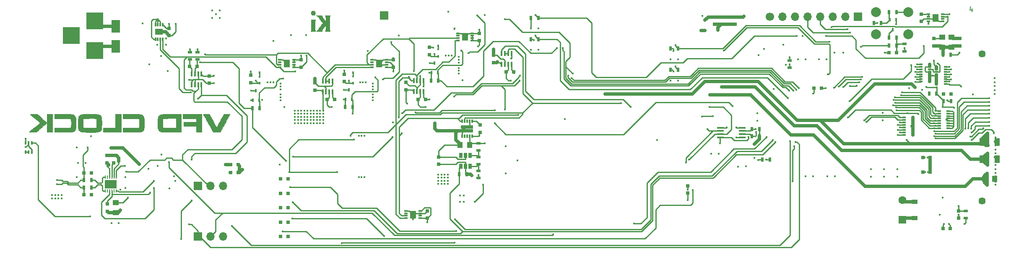
<source format=gbl>
G04 #@! TF.GenerationSoftware,KiCad,Pcbnew,(5.1.4)-1*
G04 #@! TF.CreationDate,2020-10-18T13:54:02-05:00*
G04 #@! TF.ProjectId,VFD_Clock,5646445f-436c-46f6-936b-2e6b69636164,rev?*
G04 #@! TF.SameCoordinates,Original*
G04 #@! TF.FileFunction,Copper,L4,Bot*
G04 #@! TF.FilePolarity,Positive*
%FSLAX46Y46*%
G04 Gerber Fmt 4.6, Leading zero omitted, Abs format (unit mm)*
G04 Created by KiCad (PCBNEW (5.1.4)-1) date 2020-10-18 13:54:02*
%MOMM*%
%LPD*%
G04 APERTURE LIST*
%ADD10C,0.200000*%
%ADD11C,0.010000*%
%ADD12R,0.750000X0.800000*%
%ADD13R,0.800000X0.750000*%
%ADD14R,1.500000X1.300000*%
%ADD15R,0.300000X0.750000*%
%ADD16R,0.400000X1.060000*%
%ADD17R,1.700000X1.700000*%
%ADD18R,0.900000X0.500000*%
%ADD19C,1.450000*%
%ADD20R,1.000000X1.600000*%
%ADD21R,1.000000X1.250000*%
%ADD22R,1.250000X1.000000*%
%ADD23R,0.500000X0.900000*%
%ADD24R,1.600000X1.600000*%
%ADD25C,1.600000*%
%ADD26R,1.800000X2.500000*%
%ADD27R,1.200000X0.900000*%
%ADD28R,3.500000X3.500000*%
%ADD29O,1.700000X1.700000*%
%ADD30R,0.450000X0.700000*%
%ADD31R,0.800000X0.300000*%
%ADD32C,2.000000*%
%ADD33R,0.750000X0.300000*%
%ADD34R,1.300000X1.500000*%
%ADD35R,1.240000X0.775000*%
%ADD36R,0.300000X0.650000*%
%ADD37R,0.400000X0.650000*%
%ADD38R,1.450000X0.450000*%
%ADD39R,0.250000X0.700000*%
%ADD40R,1.190000X0.830000*%
%ADD41R,0.650000X1.060000*%
%ADD42R,0.450000X0.600000*%
%ADD43C,1.700000*%
%ADD44C,0.431800*%
%ADD45C,0.635000*%
%ADD46C,0.299800*%
%ADD47C,0.254000*%
G04 APERTURE END LIST*
D10*
X226567976Y-67349714D02*
X226567976Y-68016380D01*
X226329880Y-66968761D02*
X226091785Y-67683047D01*
X226710833Y-67683047D01*
D11*
G36*
X93116400Y-70759545D02*
G01*
X93116179Y-71031028D01*
X93115417Y-71256118D01*
X93113974Y-71439221D01*
X93111706Y-71584740D01*
X93108469Y-71697083D01*
X93104122Y-71780655D01*
X93098520Y-71839859D01*
X93091522Y-71879103D01*
X93082984Y-71902792D01*
X93079108Y-71908895D01*
X93052822Y-71946443D01*
X93042109Y-71974585D01*
X93052290Y-71994674D01*
X93088688Y-72008063D01*
X93156624Y-72016105D01*
X93261422Y-72020153D01*
X93408402Y-72021560D01*
X93522800Y-72021700D01*
X93673082Y-72021015D01*
X93804273Y-72019108D01*
X93908573Y-72016202D01*
X93978181Y-72012517D01*
X94005295Y-72008276D01*
X94005400Y-72007988D01*
X93994845Y-71978954D01*
X93968274Y-71922009D01*
X93954600Y-71894700D01*
X93941734Y-71867260D01*
X93931241Y-71836894D01*
X93922880Y-71798420D01*
X93916409Y-71746655D01*
X93911589Y-71676418D01*
X93908178Y-71582527D01*
X93905935Y-71459801D01*
X93904619Y-71303059D01*
X93903990Y-71107117D01*
X93903805Y-70866796D01*
X93903800Y-70802250D01*
X93904053Y-70544769D01*
X93904929Y-70333249D01*
X93906604Y-70162851D01*
X93909252Y-70028738D01*
X93913050Y-69926071D01*
X93918173Y-69850013D01*
X93924797Y-69795726D01*
X93933097Y-69758372D01*
X93942553Y-69734438D01*
X93981305Y-69659500D01*
X93116400Y-69659500D01*
X93116400Y-70759545D01*
X93116400Y-70759545D01*
G37*
X93116400Y-70759545D02*
X93116179Y-71031028D01*
X93115417Y-71256118D01*
X93113974Y-71439221D01*
X93111706Y-71584740D01*
X93108469Y-71697083D01*
X93104122Y-71780655D01*
X93098520Y-71839859D01*
X93091522Y-71879103D01*
X93082984Y-71902792D01*
X93079108Y-71908895D01*
X93052822Y-71946443D01*
X93042109Y-71974585D01*
X93052290Y-71994674D01*
X93088688Y-72008063D01*
X93156624Y-72016105D01*
X93261422Y-72020153D01*
X93408402Y-72021560D01*
X93522800Y-72021700D01*
X93673082Y-72021015D01*
X93804273Y-72019108D01*
X93908573Y-72016202D01*
X93978181Y-72012517D01*
X94005295Y-72008276D01*
X94005400Y-72007988D01*
X93994845Y-71978954D01*
X93968274Y-71922009D01*
X93954600Y-71894700D01*
X93941734Y-71867260D01*
X93931241Y-71836894D01*
X93922880Y-71798420D01*
X93916409Y-71746655D01*
X93911589Y-71676418D01*
X93908178Y-71582527D01*
X93905935Y-71459801D01*
X93904619Y-71303059D01*
X93903990Y-71107117D01*
X93903805Y-70866796D01*
X93903800Y-70802250D01*
X93904053Y-70544769D01*
X93904929Y-70333249D01*
X93906604Y-70162851D01*
X93909252Y-70028738D01*
X93913050Y-69926071D01*
X93918173Y-69850013D01*
X93924797Y-69795726D01*
X93933097Y-69758372D01*
X93942553Y-69734438D01*
X93981305Y-69659500D01*
X93116400Y-69659500D01*
X93116400Y-70759545D01*
G36*
X93361004Y-67893460D02*
G01*
X93243400Y-67959895D01*
X93149922Y-68062545D01*
X93106133Y-68148624D01*
X93075523Y-68287114D01*
X93084624Y-68425091D01*
X93131972Y-68546584D01*
X93144357Y-68565350D01*
X93234796Y-68652908D01*
X93353674Y-68713053D01*
X93486612Y-68742918D01*
X93619232Y-68739634D01*
X93737155Y-68700332D01*
X93757939Y-68687744D01*
X93840208Y-68608894D01*
X93908031Y-68500270D01*
X93950198Y-68382795D01*
X93958545Y-68313299D01*
X93939271Y-68204075D01*
X93888755Y-68089610D01*
X93817963Y-67990658D01*
X93762303Y-67941795D01*
X93630084Y-67881376D01*
X93493108Y-67866276D01*
X93361004Y-67893460D01*
X93361004Y-67893460D01*
G37*
X93361004Y-67893460D02*
X93243400Y-67959895D01*
X93149922Y-68062545D01*
X93106133Y-68148624D01*
X93075523Y-68287114D01*
X93084624Y-68425091D01*
X93131972Y-68546584D01*
X93144357Y-68565350D01*
X93234796Y-68652908D01*
X93353674Y-68713053D01*
X93486612Y-68742918D01*
X93619232Y-68739634D01*
X93737155Y-68700332D01*
X93757939Y-68687744D01*
X93840208Y-68608894D01*
X93908031Y-68500270D01*
X93950198Y-68382795D01*
X93958545Y-68313299D01*
X93939271Y-68204075D01*
X93888755Y-68089610D01*
X93817963Y-67990658D01*
X93762303Y-67941795D01*
X93630084Y-67881376D01*
X93493108Y-67866276D01*
X93361004Y-67893460D01*
G36*
X94705359Y-68785198D02*
G01*
X94160047Y-68785198D01*
X94358827Y-68986585D01*
X94688535Y-69349489D01*
X94902955Y-69623613D01*
X94981403Y-69727198D01*
X95075962Y-69847327D01*
X95176056Y-69971000D01*
X95271108Y-70085217D01*
X95350540Y-70176979D01*
X95375638Y-70204558D01*
X95457070Y-70292010D01*
X95387112Y-70383154D01*
X95251670Y-70572402D01*
X95164128Y-70711848D01*
X95109258Y-70794084D01*
X95047982Y-70873410D01*
X95042833Y-70879405D01*
X94973884Y-70962379D01*
X94893359Y-71064935D01*
X94810164Y-71175086D01*
X94733204Y-71280845D01*
X94671387Y-71370223D01*
X94635730Y-71427345D01*
X94600649Y-71480394D01*
X94542120Y-71558860D01*
X94470286Y-71650050D01*
X94395291Y-71741270D01*
X94327278Y-71819830D01*
X94290906Y-71858818D01*
X94267017Y-71884879D01*
X94224743Y-71932204D01*
X94216629Y-71941368D01*
X94155051Y-72010998D01*
X95281506Y-72010998D01*
X95281506Y-71932721D01*
X95298269Y-71856193D01*
X95345499Y-71750947D01*
X95418613Y-71625037D01*
X95513025Y-71486514D01*
X95600564Y-71372331D01*
X95671838Y-71280111D01*
X95737159Y-71189067D01*
X95784329Y-71116333D01*
X95790435Y-71105631D01*
X95830477Y-71039232D01*
X95865764Y-70991082D01*
X95874407Y-70982298D01*
X95908968Y-70943614D01*
X95949191Y-70887048D01*
X95986880Y-70838891D01*
X96017391Y-70817285D01*
X96018692Y-70817198D01*
X96027568Y-70841889D01*
X96034688Y-70913179D01*
X96039842Y-71026890D01*
X96042823Y-71178842D01*
X96043506Y-71313759D01*
X96042822Y-71493061D01*
X96040411Y-71629068D01*
X96035731Y-71729273D01*
X96028243Y-71801167D01*
X96017408Y-71852241D01*
X96002685Y-71889986D01*
X96001862Y-71891609D01*
X95966389Y-71951289D01*
X95934883Y-71989416D01*
X95932012Y-71991559D01*
X95947509Y-71997121D01*
X96006859Y-72002060D01*
X96103120Y-72006110D01*
X96229347Y-72009005D01*
X96378595Y-72010480D01*
X96430312Y-72010609D01*
X96956817Y-72010998D01*
X96927138Y-71941148D01*
X96898965Y-71882556D01*
X96876882Y-71847168D01*
X96873049Y-71817940D01*
X96869449Y-71742579D01*
X96866147Y-71625749D01*
X96863210Y-71472115D01*
X96860707Y-71286344D01*
X96858702Y-71073100D01*
X96857264Y-70837049D01*
X96856459Y-70582857D01*
X96856307Y-70411088D01*
X96856365Y-70107109D01*
X96856636Y-69849710D01*
X96857260Y-69634672D01*
X96858380Y-69457776D01*
X96860137Y-69314802D01*
X96862673Y-69201531D01*
X96866130Y-69113743D01*
X96870649Y-69047219D01*
X96876373Y-68997739D01*
X96883444Y-68961084D01*
X96892002Y-68933035D01*
X96902190Y-68909372D01*
X96907107Y-68899497D01*
X96937862Y-68837667D01*
X96955916Y-68798458D01*
X96957907Y-68792527D01*
X96933771Y-68790305D01*
X96866418Y-68788354D01*
X96763434Y-68786782D01*
X96632400Y-68785699D01*
X96480901Y-68785213D01*
X96447189Y-68785198D01*
X96274046Y-68785462D01*
X96145477Y-68786629D01*
X96055260Y-68789262D01*
X95997169Y-68793921D01*
X95964982Y-68801170D01*
X95952474Y-68811570D01*
X95953420Y-68825683D01*
X95954942Y-68829648D01*
X95988301Y-68918471D01*
X96012367Y-69006979D01*
X96028526Y-69105939D01*
X96038164Y-69226119D01*
X96042666Y-69378286D01*
X96043506Y-69517886D01*
X96043507Y-69937702D01*
X95967307Y-69864698D01*
X95919693Y-69814355D01*
X95893112Y-69777076D01*
X95891106Y-69770281D01*
X95875969Y-69744348D01*
X95836478Y-69690926D01*
X95781518Y-69620943D01*
X95719974Y-69545327D01*
X95660729Y-69475007D01*
X95612667Y-69420912D01*
X95585867Y-69394798D01*
X95563545Y-69367532D01*
X95525170Y-69311428D01*
X95497304Y-69267798D01*
X95439101Y-69180096D01*
X95376155Y-69093496D01*
X95353807Y-69065160D01*
X95309093Y-68998534D01*
X95283698Y-68937441D01*
X95281506Y-68921188D01*
X95280984Y-68877475D01*
X95275315Y-68844300D01*
X95258344Y-68820210D01*
X95223917Y-68803753D01*
X95165880Y-68793475D01*
X95078078Y-68787925D01*
X94954356Y-68785649D01*
X94788561Y-68785194D01*
X94705359Y-68785198D01*
X94705359Y-68785198D01*
G37*
X94705359Y-68785198D02*
X94160047Y-68785198D01*
X94358827Y-68986585D01*
X94688535Y-69349489D01*
X94902955Y-69623613D01*
X94981403Y-69727198D01*
X95075962Y-69847327D01*
X95176056Y-69971000D01*
X95271108Y-70085217D01*
X95350540Y-70176979D01*
X95375638Y-70204558D01*
X95457070Y-70292010D01*
X95387112Y-70383154D01*
X95251670Y-70572402D01*
X95164128Y-70711848D01*
X95109258Y-70794084D01*
X95047982Y-70873410D01*
X95042833Y-70879405D01*
X94973884Y-70962379D01*
X94893359Y-71064935D01*
X94810164Y-71175086D01*
X94733204Y-71280845D01*
X94671387Y-71370223D01*
X94635730Y-71427345D01*
X94600649Y-71480394D01*
X94542120Y-71558860D01*
X94470286Y-71650050D01*
X94395291Y-71741270D01*
X94327278Y-71819830D01*
X94290906Y-71858818D01*
X94267017Y-71884879D01*
X94224743Y-71932204D01*
X94216629Y-71941368D01*
X94155051Y-72010998D01*
X95281506Y-72010998D01*
X95281506Y-71932721D01*
X95298269Y-71856193D01*
X95345499Y-71750947D01*
X95418613Y-71625037D01*
X95513025Y-71486514D01*
X95600564Y-71372331D01*
X95671838Y-71280111D01*
X95737159Y-71189067D01*
X95784329Y-71116333D01*
X95790435Y-71105631D01*
X95830477Y-71039232D01*
X95865764Y-70991082D01*
X95874407Y-70982298D01*
X95908968Y-70943614D01*
X95949191Y-70887048D01*
X95986880Y-70838891D01*
X96017391Y-70817285D01*
X96018692Y-70817198D01*
X96027568Y-70841889D01*
X96034688Y-70913179D01*
X96039842Y-71026890D01*
X96042823Y-71178842D01*
X96043506Y-71313759D01*
X96042822Y-71493061D01*
X96040411Y-71629068D01*
X96035731Y-71729273D01*
X96028243Y-71801167D01*
X96017408Y-71852241D01*
X96002685Y-71889986D01*
X96001862Y-71891609D01*
X95966389Y-71951289D01*
X95934883Y-71989416D01*
X95932012Y-71991559D01*
X95947509Y-71997121D01*
X96006859Y-72002060D01*
X96103120Y-72006110D01*
X96229347Y-72009005D01*
X96378595Y-72010480D01*
X96430312Y-72010609D01*
X96956817Y-72010998D01*
X96927138Y-71941148D01*
X96898965Y-71882556D01*
X96876882Y-71847168D01*
X96873049Y-71817940D01*
X96869449Y-71742579D01*
X96866147Y-71625749D01*
X96863210Y-71472115D01*
X96860707Y-71286344D01*
X96858702Y-71073100D01*
X96857264Y-70837049D01*
X96856459Y-70582857D01*
X96856307Y-70411088D01*
X96856365Y-70107109D01*
X96856636Y-69849710D01*
X96857260Y-69634672D01*
X96858380Y-69457776D01*
X96860137Y-69314802D01*
X96862673Y-69201531D01*
X96866130Y-69113743D01*
X96870649Y-69047219D01*
X96876373Y-68997739D01*
X96883444Y-68961084D01*
X96892002Y-68933035D01*
X96902190Y-68909372D01*
X96907107Y-68899497D01*
X96937862Y-68837667D01*
X96955916Y-68798458D01*
X96957907Y-68792527D01*
X96933771Y-68790305D01*
X96866418Y-68788354D01*
X96763434Y-68786782D01*
X96632400Y-68785699D01*
X96480901Y-68785213D01*
X96447189Y-68785198D01*
X96274046Y-68785462D01*
X96145477Y-68786629D01*
X96055260Y-68789262D01*
X95997169Y-68793921D01*
X95964982Y-68801170D01*
X95952474Y-68811570D01*
X95953420Y-68825683D01*
X95954942Y-68829648D01*
X95988301Y-68918471D01*
X96012367Y-69006979D01*
X96028526Y-69105939D01*
X96038164Y-69226119D01*
X96042666Y-69378286D01*
X96043506Y-69517886D01*
X96043507Y-69937702D01*
X95967307Y-69864698D01*
X95919693Y-69814355D01*
X95893112Y-69777076D01*
X95891106Y-69770281D01*
X95875969Y-69744348D01*
X95836478Y-69690926D01*
X95781518Y-69620943D01*
X95719974Y-69545327D01*
X95660729Y-69475007D01*
X95612667Y-69420912D01*
X95585867Y-69394798D01*
X95563545Y-69367532D01*
X95525170Y-69311428D01*
X95497304Y-69267798D01*
X95439101Y-69180096D01*
X95376155Y-69093496D01*
X95353807Y-69065160D01*
X95309093Y-68998534D01*
X95283698Y-68937441D01*
X95281506Y-68921188D01*
X95280984Y-68877475D01*
X95275315Y-68844300D01*
X95258344Y-68820210D01*
X95223917Y-68803753D01*
X95165880Y-68793475D01*
X95078078Y-68787925D01*
X94954356Y-68785649D01*
X94788561Y-68785194D01*
X94705359Y-68785198D01*
G36*
X48041312Y-88809516D02*
G01*
X47697760Y-88810744D01*
X47412910Y-88813768D01*
X47179828Y-88819391D01*
X46991580Y-88828411D01*
X46841231Y-88841631D01*
X46721846Y-88859851D01*
X46626491Y-88883871D01*
X46548233Y-88914493D01*
X46480135Y-88952517D01*
X46415265Y-88998744D01*
X46349164Y-89051932D01*
X46277507Y-89113326D01*
X46219578Y-89172733D01*
X46173911Y-89238363D01*
X46139042Y-89318429D01*
X46113508Y-89421141D01*
X46095844Y-89554711D01*
X46084586Y-89727351D01*
X46078270Y-89947273D01*
X46075431Y-90222687D01*
X46074606Y-90561805D01*
X46074583Y-90591821D01*
X46075089Y-90876292D01*
X46076904Y-91141724D01*
X46079856Y-91378223D01*
X46083773Y-91575896D01*
X46088483Y-91724847D01*
X46093814Y-91815184D01*
X46096143Y-91832998D01*
X46143453Y-91946595D01*
X46233348Y-92075565D01*
X46346742Y-92197028D01*
X46464550Y-92288102D01*
X46485642Y-92299970D01*
X46571725Y-92341224D01*
X46662445Y-92375031D01*
X46766048Y-92402220D01*
X46890780Y-92423621D01*
X47044884Y-92440062D01*
X47236608Y-92452374D01*
X47474196Y-92461384D01*
X47765892Y-92467922D01*
X48119943Y-92472817D01*
X48214643Y-92473834D01*
X48520948Y-92476024D01*
X48818199Y-92476340D01*
X49094917Y-92474904D01*
X49339625Y-92471838D01*
X49540846Y-92467266D01*
X49687100Y-92461308D01*
X49738643Y-92457609D01*
X49947923Y-92435206D01*
X50104616Y-92410154D01*
X50228681Y-92377908D01*
X50340077Y-92333922D01*
X50391786Y-92308887D01*
X50530181Y-92216938D01*
X50660071Y-92093504D01*
X50758262Y-91962463D01*
X50788703Y-91900280D01*
X50800367Y-91831235D01*
X50810038Y-91693838D01*
X50817591Y-91492285D01*
X50822901Y-91230772D01*
X50825845Y-90913495D01*
X50826418Y-90630280D01*
X50825746Y-90280474D01*
X50823322Y-89995186D01*
X50817745Y-89766364D01*
X50817099Y-89754857D01*
X49793072Y-89754857D01*
X49793072Y-91492285D01*
X49702357Y-91538933D01*
X49658796Y-91552349D01*
X49582068Y-91562790D01*
X49465804Y-91570439D01*
X49303634Y-91575481D01*
X49089186Y-91578100D01*
X48816092Y-91578479D01*
X48477979Y-91576803D01*
X48408904Y-91576290D01*
X48080321Y-91573528D01*
X47816577Y-91570541D01*
X47609939Y-91566856D01*
X47452674Y-91561999D01*
X47337051Y-91555495D01*
X47255336Y-91546871D01*
X47199798Y-91535653D01*
X47162704Y-91521367D01*
X47136321Y-91503537D01*
X47129833Y-91497876D01*
X47104981Y-91472260D01*
X47086199Y-91439967D01*
X47072640Y-91391301D01*
X47063455Y-91316569D01*
X47057797Y-91206075D01*
X47054817Y-91050124D01*
X47053670Y-90839022D01*
X47053500Y-90624882D01*
X47054437Y-90348314D01*
X47057585Y-90135744D01*
X47063446Y-89978621D01*
X47072524Y-89868393D01*
X47085323Y-89796507D01*
X47102346Y-89754412D01*
X47104971Y-89750578D01*
X47122033Y-89731545D01*
X47147489Y-89716189D01*
X47188838Y-89704042D01*
X47253578Y-89694636D01*
X47349209Y-89687504D01*
X47483230Y-89682179D01*
X47663140Y-89678193D01*
X47896438Y-89675079D01*
X48190623Y-89672370D01*
X48384042Y-89670861D01*
X48738289Y-89668841D01*
X49026295Y-89668790D01*
X49254372Y-89670888D01*
X49428830Y-89675312D01*
X49555979Y-89682241D01*
X49642127Y-89691855D01*
X49693587Y-89704332D01*
X49702357Y-89708218D01*
X49793072Y-89754857D01*
X50817099Y-89754857D01*
X50807615Y-89585957D01*
X50791530Y-89445910D01*
X50768089Y-89338173D01*
X50735892Y-89254694D01*
X50693539Y-89187419D01*
X50639627Y-89128297D01*
X50572756Y-89069276D01*
X50551836Y-89051932D01*
X50483499Y-88997022D01*
X50418633Y-88951088D01*
X50350303Y-88913330D01*
X50271575Y-88882947D01*
X50175514Y-88859138D01*
X50055187Y-88841102D01*
X49903658Y-88828039D01*
X49713993Y-88819147D01*
X49479258Y-88813627D01*
X49192519Y-88810677D01*
X48846840Y-88809497D01*
X48450500Y-88809285D01*
X48041312Y-88809516D01*
X48041312Y-88809516D01*
G37*
X48041312Y-88809516D02*
X47697760Y-88810744D01*
X47412910Y-88813768D01*
X47179828Y-88819391D01*
X46991580Y-88828411D01*
X46841231Y-88841631D01*
X46721846Y-88859851D01*
X46626491Y-88883871D01*
X46548233Y-88914493D01*
X46480135Y-88952517D01*
X46415265Y-88998744D01*
X46349164Y-89051932D01*
X46277507Y-89113326D01*
X46219578Y-89172733D01*
X46173911Y-89238363D01*
X46139042Y-89318429D01*
X46113508Y-89421141D01*
X46095844Y-89554711D01*
X46084586Y-89727351D01*
X46078270Y-89947273D01*
X46075431Y-90222687D01*
X46074606Y-90561805D01*
X46074583Y-90591821D01*
X46075089Y-90876292D01*
X46076904Y-91141724D01*
X46079856Y-91378223D01*
X46083773Y-91575896D01*
X46088483Y-91724847D01*
X46093814Y-91815184D01*
X46096143Y-91832998D01*
X46143453Y-91946595D01*
X46233348Y-92075565D01*
X46346742Y-92197028D01*
X46464550Y-92288102D01*
X46485642Y-92299970D01*
X46571725Y-92341224D01*
X46662445Y-92375031D01*
X46766048Y-92402220D01*
X46890780Y-92423621D01*
X47044884Y-92440062D01*
X47236608Y-92452374D01*
X47474196Y-92461384D01*
X47765892Y-92467922D01*
X48119943Y-92472817D01*
X48214643Y-92473834D01*
X48520948Y-92476024D01*
X48818199Y-92476340D01*
X49094917Y-92474904D01*
X49339625Y-92471838D01*
X49540846Y-92467266D01*
X49687100Y-92461308D01*
X49738643Y-92457609D01*
X49947923Y-92435206D01*
X50104616Y-92410154D01*
X50228681Y-92377908D01*
X50340077Y-92333922D01*
X50391786Y-92308887D01*
X50530181Y-92216938D01*
X50660071Y-92093504D01*
X50758262Y-91962463D01*
X50788703Y-91900280D01*
X50800367Y-91831235D01*
X50810038Y-91693838D01*
X50817591Y-91492285D01*
X50822901Y-91230772D01*
X50825845Y-90913495D01*
X50826418Y-90630280D01*
X50825746Y-90280474D01*
X50823322Y-89995186D01*
X50817745Y-89766364D01*
X50817099Y-89754857D01*
X49793072Y-89754857D01*
X49793072Y-91492285D01*
X49702357Y-91538933D01*
X49658796Y-91552349D01*
X49582068Y-91562790D01*
X49465804Y-91570439D01*
X49303634Y-91575481D01*
X49089186Y-91578100D01*
X48816092Y-91578479D01*
X48477979Y-91576803D01*
X48408904Y-91576290D01*
X48080321Y-91573528D01*
X47816577Y-91570541D01*
X47609939Y-91566856D01*
X47452674Y-91561999D01*
X47337051Y-91555495D01*
X47255336Y-91546871D01*
X47199798Y-91535653D01*
X47162704Y-91521367D01*
X47136321Y-91503537D01*
X47129833Y-91497876D01*
X47104981Y-91472260D01*
X47086199Y-91439967D01*
X47072640Y-91391301D01*
X47063455Y-91316569D01*
X47057797Y-91206075D01*
X47054817Y-91050124D01*
X47053670Y-90839022D01*
X47053500Y-90624882D01*
X47054437Y-90348314D01*
X47057585Y-90135744D01*
X47063446Y-89978621D01*
X47072524Y-89868393D01*
X47085323Y-89796507D01*
X47102346Y-89754412D01*
X47104971Y-89750578D01*
X47122033Y-89731545D01*
X47147489Y-89716189D01*
X47188838Y-89704042D01*
X47253578Y-89694636D01*
X47349209Y-89687504D01*
X47483230Y-89682179D01*
X47663140Y-89678193D01*
X47896438Y-89675079D01*
X48190623Y-89672370D01*
X48384042Y-89670861D01*
X48738289Y-89668841D01*
X49026295Y-89668790D01*
X49254372Y-89670888D01*
X49428830Y-89675312D01*
X49555979Y-89682241D01*
X49642127Y-89691855D01*
X49693587Y-89704332D01*
X49702357Y-89708218D01*
X49793072Y-89754857D01*
X50817099Y-89754857D01*
X50807615Y-89585957D01*
X50791530Y-89445910D01*
X50768089Y-89338173D01*
X50735892Y-89254694D01*
X50693539Y-89187419D01*
X50639627Y-89128297D01*
X50572756Y-89069276D01*
X50551836Y-89051932D01*
X50483499Y-88997022D01*
X50418633Y-88951088D01*
X50350303Y-88913330D01*
X50271575Y-88882947D01*
X50175514Y-88859138D01*
X50055187Y-88841102D01*
X49903658Y-88828039D01*
X49713993Y-88819147D01*
X49479258Y-88813627D01*
X49192519Y-88810677D01*
X48846840Y-88809497D01*
X48450500Y-88809285D01*
X48041312Y-88809516D01*
G36*
X75912433Y-88790622D02*
G01*
X75745880Y-88797037D01*
X75607546Y-88807288D01*
X75511814Y-88821349D01*
X75474500Y-88836499D01*
X75450147Y-88877483D01*
X75395588Y-88975569D01*
X75314616Y-89123747D01*
X75211023Y-89315005D01*
X75088603Y-89542331D01*
X74951148Y-89798713D01*
X74802451Y-90077139D01*
X74738491Y-90197214D01*
X74587118Y-90480640D01*
X74445970Y-90743067D01*
X74318725Y-90977794D01*
X74209060Y-91178119D01*
X74120653Y-91337341D01*
X74057184Y-91448759D01*
X74022330Y-91505670D01*
X74017005Y-91511717D01*
X73996012Y-91480539D01*
X73944763Y-91391783D01*
X73866865Y-91252055D01*
X73765929Y-91067960D01*
X73645565Y-90846104D01*
X73509383Y-90593094D01*
X73360992Y-90315535D01*
X73273460Y-90151003D01*
X72551277Y-88791142D01*
X71939960Y-88791142D01*
X71736469Y-88792981D01*
X71562279Y-88798086D01*
X71428941Y-88805839D01*
X71348006Y-88815621D01*
X71328643Y-88823864D01*
X71345594Y-88860357D01*
X71393889Y-88953324D01*
X71469686Y-89095766D01*
X71569148Y-89280684D01*
X71688433Y-89501079D01*
X71823702Y-89749953D01*
X71971115Y-90020306D01*
X72126833Y-90305139D01*
X72287016Y-90597455D01*
X72447824Y-90890253D01*
X72605418Y-91176535D01*
X72755958Y-91449302D01*
X72895603Y-91701555D01*
X73020515Y-91926296D01*
X73126853Y-92116525D01*
X73210779Y-92265243D01*
X73268452Y-92365453D01*
X73296032Y-92410153D01*
X73296417Y-92410642D01*
X73332007Y-92427710D01*
X73411781Y-92440357D01*
X73542537Y-92449002D01*
X73731076Y-92454064D01*
X73984198Y-92455962D01*
X74033412Y-92455999D01*
X74733581Y-92455999D01*
X74804169Y-92338071D01*
X74854909Y-92250305D01*
X74932419Y-92112280D01*
X75032863Y-91931090D01*
X75152404Y-91713828D01*
X75287207Y-91467590D01*
X75433434Y-91199468D01*
X75587251Y-90916557D01*
X75744821Y-90625951D01*
X75902308Y-90334743D01*
X76055875Y-90050028D01*
X76201687Y-89778899D01*
X76335907Y-89528450D01*
X76454699Y-89305776D01*
X76554228Y-89117971D01*
X76630656Y-88972127D01*
X76680148Y-88875340D01*
X76698868Y-88834703D01*
X76698929Y-88834211D01*
X76665096Y-88817041D01*
X76573186Y-88803868D01*
X76437582Y-88794667D01*
X76272667Y-88789411D01*
X76092823Y-88788071D01*
X75912433Y-88790622D01*
X75912433Y-88790622D01*
G37*
X75912433Y-88790622D02*
X75745880Y-88797037D01*
X75607546Y-88807288D01*
X75511814Y-88821349D01*
X75474500Y-88836499D01*
X75450147Y-88877483D01*
X75395588Y-88975569D01*
X75314616Y-89123747D01*
X75211023Y-89315005D01*
X75088603Y-89542331D01*
X74951148Y-89798713D01*
X74802451Y-90077139D01*
X74738491Y-90197214D01*
X74587118Y-90480640D01*
X74445970Y-90743067D01*
X74318725Y-90977794D01*
X74209060Y-91178119D01*
X74120653Y-91337341D01*
X74057184Y-91448759D01*
X74022330Y-91505670D01*
X74017005Y-91511717D01*
X73996012Y-91480539D01*
X73944763Y-91391783D01*
X73866865Y-91252055D01*
X73765929Y-91067960D01*
X73645565Y-90846104D01*
X73509383Y-90593094D01*
X73360992Y-90315535D01*
X73273460Y-90151003D01*
X72551277Y-88791142D01*
X71939960Y-88791142D01*
X71736469Y-88792981D01*
X71562279Y-88798086D01*
X71428941Y-88805839D01*
X71348006Y-88815621D01*
X71328643Y-88823864D01*
X71345594Y-88860357D01*
X71393889Y-88953324D01*
X71469686Y-89095766D01*
X71569148Y-89280684D01*
X71688433Y-89501079D01*
X71823702Y-89749953D01*
X71971115Y-90020306D01*
X72126833Y-90305139D01*
X72287016Y-90597455D01*
X72447824Y-90890253D01*
X72605418Y-91176535D01*
X72755958Y-91449302D01*
X72895603Y-91701555D01*
X73020515Y-91926296D01*
X73126853Y-92116525D01*
X73210779Y-92265243D01*
X73268452Y-92365453D01*
X73296032Y-92410153D01*
X73296417Y-92410642D01*
X73332007Y-92427710D01*
X73411781Y-92440357D01*
X73542537Y-92449002D01*
X73731076Y-92454064D01*
X73984198Y-92455962D01*
X74033412Y-92455999D01*
X74733581Y-92455999D01*
X74804169Y-92338071D01*
X74854909Y-92250305D01*
X74932419Y-92112280D01*
X75032863Y-91931090D01*
X75152404Y-91713828D01*
X75287207Y-91467590D01*
X75433434Y-91199468D01*
X75587251Y-90916557D01*
X75744821Y-90625951D01*
X75902308Y-90334743D01*
X76055875Y-90050028D01*
X76201687Y-89778899D01*
X76335907Y-89528450D01*
X76454699Y-89305776D01*
X76554228Y-89117971D01*
X76630656Y-88972127D01*
X76680148Y-88875340D01*
X76698868Y-88834703D01*
X76698929Y-88834211D01*
X76665096Y-88817041D01*
X76573186Y-88803868D01*
X76437582Y-88794667D01*
X76272667Y-88789411D01*
X76092823Y-88788071D01*
X75912433Y-88790622D01*
G36*
X67228357Y-89698285D02*
G01*
X69913500Y-89698285D01*
X69913500Y-90387714D01*
X67373500Y-90387714D01*
X67373500Y-91222285D01*
X69913500Y-91222285D01*
X69913500Y-92455999D01*
X71038357Y-92455999D01*
X71038357Y-88791142D01*
X67228357Y-88791142D01*
X67228357Y-89698285D01*
X67228357Y-89698285D01*
G37*
X67228357Y-89698285D02*
X69913500Y-89698285D01*
X69913500Y-90387714D01*
X67373500Y-90387714D01*
X67373500Y-91222285D01*
X69913500Y-91222285D01*
X69913500Y-92455999D01*
X71038357Y-92455999D01*
X71038357Y-88791142D01*
X67228357Y-88791142D01*
X67228357Y-89698285D01*
G36*
X64915143Y-88799876D02*
G01*
X64479863Y-88803393D01*
X64111038Y-88806984D01*
X63802552Y-88810865D01*
X63548288Y-88815249D01*
X63342130Y-88820349D01*
X63177961Y-88826380D01*
X63049665Y-88833555D01*
X62951126Y-88842088D01*
X62876228Y-88852193D01*
X62818853Y-88864083D01*
X62783357Y-88874396D01*
X62561918Y-88980580D01*
X62374652Y-89135921D01*
X62247090Y-89311724D01*
X62223901Y-89358004D01*
X62205512Y-89406219D01*
X62191257Y-89465230D01*
X62180470Y-89543896D01*
X62172486Y-89651077D01*
X62166638Y-89795632D01*
X62162262Y-89986422D01*
X62158692Y-90232305D01*
X62155361Y-90532679D01*
X62153052Y-90913604D01*
X62154711Y-91228234D01*
X62160303Y-91475066D01*
X62169791Y-91652594D01*
X62183139Y-91759315D01*
X62184773Y-91766394D01*
X62262343Y-91974893D01*
X62385866Y-92140036D01*
X62566017Y-92274486D01*
X62651546Y-92320164D01*
X62890538Y-92437857D01*
X64878019Y-92448655D01*
X66865500Y-92459452D01*
X66865500Y-91585142D01*
X65813215Y-91585142D01*
X64543215Y-91585142D01*
X64205702Y-91584989D01*
X63933267Y-91584259D01*
X63718413Y-91582548D01*
X63553646Y-91579450D01*
X63431471Y-91574560D01*
X63344393Y-91567472D01*
X63284917Y-91557783D01*
X63245550Y-91545087D01*
X63218795Y-91528978D01*
X63200643Y-91512571D01*
X63177052Y-91485026D01*
X63159201Y-91449387D01*
X63146295Y-91395975D01*
X63137537Y-91315108D01*
X63132134Y-91197104D01*
X63129288Y-91032284D01*
X63128206Y-90810966D01*
X63128072Y-90629195D01*
X63128362Y-90365961D01*
X63129791Y-90165652D01*
X63133195Y-90018622D01*
X63139411Y-89915223D01*
X63149276Y-89845809D01*
X63163627Y-89800735D01*
X63183300Y-89770354D01*
X63204402Y-89749266D01*
X63228616Y-89730796D01*
X63261303Y-89715805D01*
X63309973Y-89703840D01*
X63382140Y-89694451D01*
X63485313Y-89687186D01*
X63627007Y-89681593D01*
X63814731Y-89677220D01*
X64056000Y-89673617D01*
X64358323Y-89670331D01*
X64546973Y-89668554D01*
X65813215Y-89656966D01*
X65813215Y-91585142D01*
X66865500Y-91585142D01*
X66865500Y-88785162D01*
X64915143Y-88799876D01*
X64915143Y-88799876D01*
G37*
X64915143Y-88799876D02*
X64479863Y-88803393D01*
X64111038Y-88806984D01*
X63802552Y-88810865D01*
X63548288Y-88815249D01*
X63342130Y-88820349D01*
X63177961Y-88826380D01*
X63049665Y-88833555D01*
X62951126Y-88842088D01*
X62876228Y-88852193D01*
X62818853Y-88864083D01*
X62783357Y-88874396D01*
X62561918Y-88980580D01*
X62374652Y-89135921D01*
X62247090Y-89311724D01*
X62223901Y-89358004D01*
X62205512Y-89406219D01*
X62191257Y-89465230D01*
X62180470Y-89543896D01*
X62172486Y-89651077D01*
X62166638Y-89795632D01*
X62162262Y-89986422D01*
X62158692Y-90232305D01*
X62155361Y-90532679D01*
X62153052Y-90913604D01*
X62154711Y-91228234D01*
X62160303Y-91475066D01*
X62169791Y-91652594D01*
X62183139Y-91759315D01*
X62184773Y-91766394D01*
X62262343Y-91974893D01*
X62385866Y-92140036D01*
X62566017Y-92274486D01*
X62651546Y-92320164D01*
X62890538Y-92437857D01*
X64878019Y-92448655D01*
X66865500Y-92459452D01*
X66865500Y-91585142D01*
X65813215Y-91585142D01*
X64543215Y-91585142D01*
X64205702Y-91584989D01*
X63933267Y-91584259D01*
X63718413Y-91582548D01*
X63553646Y-91579450D01*
X63431471Y-91574560D01*
X63344393Y-91567472D01*
X63284917Y-91557783D01*
X63245550Y-91545087D01*
X63218795Y-91528978D01*
X63200643Y-91512571D01*
X63177052Y-91485026D01*
X63159201Y-91449387D01*
X63146295Y-91395975D01*
X63137537Y-91315108D01*
X63132134Y-91197104D01*
X63129288Y-91032284D01*
X63128206Y-90810966D01*
X63128072Y-90629195D01*
X63128362Y-90365961D01*
X63129791Y-90165652D01*
X63133195Y-90018622D01*
X63139411Y-89915223D01*
X63149276Y-89845809D01*
X63163627Y-89800735D01*
X63183300Y-89770354D01*
X63204402Y-89749266D01*
X63228616Y-89730796D01*
X63261303Y-89715805D01*
X63309973Y-89703840D01*
X63382140Y-89694451D01*
X63485313Y-89687186D01*
X63627007Y-89681593D01*
X63814731Y-89677220D01*
X64056000Y-89673617D01*
X64358323Y-89670331D01*
X64546973Y-89668554D01*
X65813215Y-89656966D01*
X65813215Y-91585142D01*
X66865500Y-91585142D01*
X66865500Y-88785162D01*
X64915143Y-88799876D01*
G36*
X55080598Y-89253785D02*
G01*
X55070409Y-89698285D01*
X56664078Y-89698285D01*
X57046916Y-89698431D01*
X57363830Y-89699048D01*
X57621468Y-89700403D01*
X57826476Y-89702766D01*
X57985501Y-89706405D01*
X58105192Y-89711588D01*
X58192195Y-89718584D01*
X58253158Y-89727660D01*
X58294727Y-89739086D01*
X58323550Y-89753129D01*
X58341371Y-89766000D01*
X58373664Y-89796035D01*
X58396878Y-89833556D01*
X58412978Y-89890754D01*
X58423932Y-89979824D01*
X58431704Y-90112956D01*
X58438261Y-90302344D01*
X58440542Y-90380996D01*
X58444440Y-90600886D01*
X58444263Y-90821199D01*
X58440287Y-91019535D01*
X58432792Y-91173490D01*
X58430347Y-91202985D01*
X58423193Y-91290489D01*
X58415498Y-91363552D01*
X58401165Y-91423469D01*
X58374098Y-91471539D01*
X58328199Y-91509059D01*
X58257370Y-91537328D01*
X58155514Y-91557642D01*
X58016534Y-91571300D01*
X57834332Y-91579599D01*
X57602812Y-91583836D01*
X57315875Y-91585311D01*
X56967425Y-91585319D01*
X56634731Y-91585142D01*
X55072643Y-91585142D01*
X55072643Y-92455999D01*
X56769000Y-92452024D01*
X57118345Y-92450595D01*
X57449642Y-92448070D01*
X57754952Y-92444593D01*
X58026338Y-92440308D01*
X58255862Y-92435358D01*
X58435584Y-92429885D01*
X58557567Y-92424034D01*
X58610500Y-92418758D01*
X58869677Y-92343059D01*
X59071250Y-92229776D01*
X59222508Y-92073810D01*
X59303479Y-91934103D01*
X59328074Y-91879379D01*
X59347500Y-91826832D01*
X59362367Y-91767474D01*
X59373287Y-91692313D01*
X59380871Y-91592361D01*
X59385729Y-91458626D01*
X59388474Y-91282120D01*
X59389715Y-91053851D01*
X59390063Y-90764831D01*
X59390086Y-90659857D01*
X59388685Y-90309794D01*
X59384487Y-90009811D01*
X59377652Y-89764897D01*
X59368343Y-89580040D01*
X59356721Y-89460229D01*
X59350058Y-89426142D01*
X59272171Y-89263128D01*
X59139498Y-89107844D01*
X58969352Y-88976282D01*
X58779046Y-88884437D01*
X58755309Y-88876731D01*
X58699499Y-88861162D01*
X58638047Y-88848199D01*
X58564080Y-88837606D01*
X58470727Y-88829144D01*
X58351112Y-88822577D01*
X58198365Y-88817667D01*
X58005611Y-88814176D01*
X57765979Y-88811868D01*
X57472595Y-88810504D01*
X57118586Y-88809848D01*
X56814357Y-88809678D01*
X55090786Y-88809285D01*
X55080598Y-89253785D01*
X55080598Y-89253785D01*
G37*
X55080598Y-89253785D02*
X55070409Y-89698285D01*
X56664078Y-89698285D01*
X57046916Y-89698431D01*
X57363830Y-89699048D01*
X57621468Y-89700403D01*
X57826476Y-89702766D01*
X57985501Y-89706405D01*
X58105192Y-89711588D01*
X58192195Y-89718584D01*
X58253158Y-89727660D01*
X58294727Y-89739086D01*
X58323550Y-89753129D01*
X58341371Y-89766000D01*
X58373664Y-89796035D01*
X58396878Y-89833556D01*
X58412978Y-89890754D01*
X58423932Y-89979824D01*
X58431704Y-90112956D01*
X58438261Y-90302344D01*
X58440542Y-90380996D01*
X58444440Y-90600886D01*
X58444263Y-90821199D01*
X58440287Y-91019535D01*
X58432792Y-91173490D01*
X58430347Y-91202985D01*
X58423193Y-91290489D01*
X58415498Y-91363552D01*
X58401165Y-91423469D01*
X58374098Y-91471539D01*
X58328199Y-91509059D01*
X58257370Y-91537328D01*
X58155514Y-91557642D01*
X58016534Y-91571300D01*
X57834332Y-91579599D01*
X57602812Y-91583836D01*
X57315875Y-91585311D01*
X56967425Y-91585319D01*
X56634731Y-91585142D01*
X55072643Y-91585142D01*
X55072643Y-92455999D01*
X56769000Y-92452024D01*
X57118345Y-92450595D01*
X57449642Y-92448070D01*
X57754952Y-92444593D01*
X58026338Y-92440308D01*
X58255862Y-92435358D01*
X58435584Y-92429885D01*
X58557567Y-92424034D01*
X58610500Y-92418758D01*
X58869677Y-92343059D01*
X59071250Y-92229776D01*
X59222508Y-92073810D01*
X59303479Y-91934103D01*
X59328074Y-91879379D01*
X59347500Y-91826832D01*
X59362367Y-91767474D01*
X59373287Y-91692313D01*
X59380871Y-91592361D01*
X59385729Y-91458626D01*
X59388474Y-91282120D01*
X59389715Y-91053851D01*
X59390063Y-90764831D01*
X59390086Y-90659857D01*
X59388685Y-90309794D01*
X59384487Y-90009811D01*
X59377652Y-89764897D01*
X59368343Y-89580040D01*
X59356721Y-89460229D01*
X59350058Y-89426142D01*
X59272171Y-89263128D01*
X59139498Y-89107844D01*
X58969352Y-88976282D01*
X58779046Y-88884437D01*
X58755309Y-88876731D01*
X58699499Y-88861162D01*
X58638047Y-88848199D01*
X58564080Y-88837606D01*
X58470727Y-88829144D01*
X58351112Y-88822577D01*
X58198365Y-88817667D01*
X58005611Y-88814176D01*
X57765979Y-88811868D01*
X57472595Y-88810504D01*
X57118586Y-88809848D01*
X56814357Y-88809678D01*
X55090786Y-88809285D01*
X55080598Y-89253785D01*
G36*
X53593569Y-90197214D02*
G01*
X53584066Y-91585142D01*
X51117500Y-91585142D01*
X51117500Y-92455999D01*
X54746743Y-92455999D01*
X54727929Y-88809285D01*
X53603072Y-88809285D01*
X53593569Y-90197214D01*
X53593569Y-90197214D01*
G37*
X53593569Y-90197214D02*
X53584066Y-91585142D01*
X51117500Y-91585142D01*
X51117500Y-92455999D01*
X54746743Y-92455999D01*
X54727929Y-88809285D01*
X53603072Y-88809285D01*
X53593569Y-90197214D01*
G36*
X41281838Y-89698285D02*
G01*
X42875506Y-89698285D01*
X43258344Y-89698431D01*
X43575259Y-89699048D01*
X43832896Y-89700403D01*
X44037904Y-89702766D01*
X44196930Y-89706405D01*
X44316621Y-89711588D01*
X44403624Y-89718584D01*
X44464586Y-89727660D01*
X44506155Y-89739086D01*
X44534978Y-89753129D01*
X44552799Y-89766000D01*
X44585092Y-89796035D01*
X44608306Y-89833556D01*
X44624407Y-89890754D01*
X44635360Y-89979824D01*
X44643132Y-90112956D01*
X44649689Y-90302344D01*
X44651971Y-90380996D01*
X44655869Y-90600886D01*
X44655691Y-90821199D01*
X44651716Y-91019535D01*
X44644220Y-91173490D01*
X44641776Y-91202985D01*
X44634621Y-91290489D01*
X44626926Y-91363552D01*
X44612594Y-91423469D01*
X44585527Y-91471539D01*
X44539627Y-91509059D01*
X44468798Y-91537328D01*
X44366942Y-91557642D01*
X44227962Y-91571300D01*
X44045761Y-91579599D01*
X43814240Y-91583836D01*
X43527303Y-91585311D01*
X43178853Y-91585319D01*
X42846159Y-91585142D01*
X41284072Y-91585142D01*
X41284072Y-92455999D01*
X42980429Y-92452024D01*
X43329774Y-92450595D01*
X43661071Y-92448070D01*
X43966381Y-92444593D01*
X44237767Y-92440308D01*
X44467290Y-92435358D01*
X44647013Y-92429885D01*
X44768996Y-92424034D01*
X44821929Y-92418758D01*
X45081106Y-92343059D01*
X45282678Y-92229776D01*
X45433937Y-92073810D01*
X45514908Y-91934103D01*
X45539503Y-91879379D01*
X45558928Y-91826832D01*
X45573796Y-91767474D01*
X45584716Y-91692313D01*
X45592299Y-91592361D01*
X45597158Y-91458626D01*
X45599902Y-91282120D01*
X45601143Y-91053851D01*
X45601492Y-90764831D01*
X45601515Y-90659857D01*
X45600114Y-90309794D01*
X45595915Y-90009811D01*
X45589081Y-89764897D01*
X45579771Y-89580040D01*
X45568150Y-89460229D01*
X45561486Y-89426142D01*
X45483600Y-89263128D01*
X45350927Y-89107844D01*
X45180781Y-88976282D01*
X44990474Y-88884437D01*
X44966738Y-88876731D01*
X44910927Y-88861162D01*
X44849475Y-88848199D01*
X44775509Y-88837606D01*
X44682155Y-88829144D01*
X44562541Y-88822577D01*
X44409793Y-88817667D01*
X44217040Y-88814176D01*
X43977407Y-88811868D01*
X43684023Y-88810504D01*
X43330014Y-88809848D01*
X43025786Y-88809678D01*
X41302214Y-88809285D01*
X41281838Y-89698285D01*
X41281838Y-89698285D01*
G37*
X41281838Y-89698285D02*
X42875506Y-89698285D01*
X43258344Y-89698431D01*
X43575259Y-89699048D01*
X43832896Y-89700403D01*
X44037904Y-89702766D01*
X44196930Y-89706405D01*
X44316621Y-89711588D01*
X44403624Y-89718584D01*
X44464586Y-89727660D01*
X44506155Y-89739086D01*
X44534978Y-89753129D01*
X44552799Y-89766000D01*
X44585092Y-89796035D01*
X44608306Y-89833556D01*
X44624407Y-89890754D01*
X44635360Y-89979824D01*
X44643132Y-90112956D01*
X44649689Y-90302344D01*
X44651971Y-90380996D01*
X44655869Y-90600886D01*
X44655691Y-90821199D01*
X44651716Y-91019535D01*
X44644220Y-91173490D01*
X44641776Y-91202985D01*
X44634621Y-91290489D01*
X44626926Y-91363552D01*
X44612594Y-91423469D01*
X44585527Y-91471539D01*
X44539627Y-91509059D01*
X44468798Y-91537328D01*
X44366942Y-91557642D01*
X44227962Y-91571300D01*
X44045761Y-91579599D01*
X43814240Y-91583836D01*
X43527303Y-91585311D01*
X43178853Y-91585319D01*
X42846159Y-91585142D01*
X41284072Y-91585142D01*
X41284072Y-92455999D01*
X42980429Y-92452024D01*
X43329774Y-92450595D01*
X43661071Y-92448070D01*
X43966381Y-92444593D01*
X44237767Y-92440308D01*
X44467290Y-92435358D01*
X44647013Y-92429885D01*
X44768996Y-92424034D01*
X44821929Y-92418758D01*
X45081106Y-92343059D01*
X45282678Y-92229776D01*
X45433937Y-92073810D01*
X45514908Y-91934103D01*
X45539503Y-91879379D01*
X45558928Y-91826832D01*
X45573796Y-91767474D01*
X45584716Y-91692313D01*
X45592299Y-91592361D01*
X45597158Y-91458626D01*
X45599902Y-91282120D01*
X45601143Y-91053851D01*
X45601492Y-90764831D01*
X45601515Y-90659857D01*
X45600114Y-90309794D01*
X45595915Y-90009811D01*
X45589081Y-89764897D01*
X45579771Y-89580040D01*
X45568150Y-89460229D01*
X45561486Y-89426142D01*
X45483600Y-89263128D01*
X45350927Y-89107844D01*
X45180781Y-88976282D01*
X44990474Y-88884437D01*
X44966738Y-88876731D01*
X44910927Y-88861162D01*
X44849475Y-88848199D01*
X44775509Y-88837606D01*
X44682155Y-88829144D01*
X44562541Y-88822577D01*
X44409793Y-88817667D01*
X44217040Y-88814176D01*
X43977407Y-88811868D01*
X43684023Y-88810504D01*
X43330014Y-88809848D01*
X43025786Y-88809678D01*
X41302214Y-88809285D01*
X41281838Y-89698285D01*
G36*
X40331572Y-88799269D02*
G01*
X39778214Y-88809285D01*
X39768486Y-89671071D01*
X39765034Y-89912465D01*
X39760562Y-90127765D01*
X39755391Y-90307002D01*
X39749844Y-90440209D01*
X39744242Y-90517417D01*
X39740658Y-90532857D01*
X39710525Y-90509368D01*
X39632834Y-90442548D01*
X39513745Y-90337865D01*
X39359413Y-90200786D01*
X39175998Y-90036779D01*
X38969656Y-89851313D01*
X38759968Y-89662000D01*
X37797378Y-88791142D01*
X37070272Y-88791142D01*
X36838140Y-88792699D01*
X36641453Y-88797089D01*
X36489320Y-88803896D01*
X36390851Y-88812701D01*
X36355157Y-88823088D01*
X36355262Y-88823913D01*
X36384903Y-88854077D01*
X36463867Y-88925363D01*
X36585834Y-89032306D01*
X36744483Y-89169441D01*
X36933494Y-89331303D01*
X37146546Y-89512427D01*
X37365214Y-89697154D01*
X37594916Y-89891142D01*
X37806341Y-90070686D01*
X37993217Y-90230385D01*
X38149272Y-90364835D01*
X38268235Y-90468636D01*
X38343833Y-90536383D01*
X38369779Y-90562455D01*
X38343749Y-90588474D01*
X38267940Y-90654184D01*
X38149261Y-90753965D01*
X37994622Y-90882195D01*
X37810931Y-91033255D01*
X37605097Y-91201523D01*
X37384029Y-91381379D01*
X37154636Y-91567202D01*
X36923827Y-91753371D01*
X36698510Y-91934267D01*
X36485595Y-92104267D01*
X36291991Y-92257752D01*
X36124606Y-92389101D01*
X36121280Y-92391693D01*
X36098593Y-92411857D01*
X36094348Y-92427178D01*
X36116412Y-92438332D01*
X36172648Y-92445994D01*
X36270922Y-92450840D01*
X36419099Y-92453543D01*
X36625044Y-92454780D01*
X36860958Y-92455193D01*
X37681131Y-92455999D01*
X39741929Y-90581347D01*
X39761277Y-92455999D01*
X40884929Y-92455999D01*
X40884929Y-88789252D01*
X40331572Y-88799269D01*
X40331572Y-88799269D01*
G37*
X40331572Y-88799269D02*
X39778214Y-88809285D01*
X39768486Y-89671071D01*
X39765034Y-89912465D01*
X39760562Y-90127765D01*
X39755391Y-90307002D01*
X39749844Y-90440209D01*
X39744242Y-90517417D01*
X39740658Y-90532857D01*
X39710525Y-90509368D01*
X39632834Y-90442548D01*
X39513745Y-90337865D01*
X39359413Y-90200786D01*
X39175998Y-90036779D01*
X38969656Y-89851313D01*
X38759968Y-89662000D01*
X37797378Y-88791142D01*
X37070272Y-88791142D01*
X36838140Y-88792699D01*
X36641453Y-88797089D01*
X36489320Y-88803896D01*
X36390851Y-88812701D01*
X36355157Y-88823088D01*
X36355262Y-88823913D01*
X36384903Y-88854077D01*
X36463867Y-88925363D01*
X36585834Y-89032306D01*
X36744483Y-89169441D01*
X36933494Y-89331303D01*
X37146546Y-89512427D01*
X37365214Y-89697154D01*
X37594916Y-89891142D01*
X37806341Y-90070686D01*
X37993217Y-90230385D01*
X38149272Y-90364835D01*
X38268235Y-90468636D01*
X38343833Y-90536383D01*
X38369779Y-90562455D01*
X38343749Y-90588474D01*
X38267940Y-90654184D01*
X38149261Y-90753965D01*
X37994622Y-90882195D01*
X37810931Y-91033255D01*
X37605097Y-91201523D01*
X37384029Y-91381379D01*
X37154636Y-91567202D01*
X36923827Y-91753371D01*
X36698510Y-91934267D01*
X36485595Y-92104267D01*
X36291991Y-92257752D01*
X36124606Y-92389101D01*
X36121280Y-92391693D01*
X36098593Y-92411857D01*
X36094348Y-92427178D01*
X36116412Y-92438332D01*
X36172648Y-92445994D01*
X36270922Y-92450840D01*
X36419099Y-92453543D01*
X36625044Y-92454780D01*
X36860958Y-92455193D01*
X37681131Y-92455999D01*
X39741929Y-90581347D01*
X39761277Y-92455999D01*
X40884929Y-92455999D01*
X40884929Y-88789252D01*
X40331572Y-88799269D01*
D12*
X169146000Y-104814000D03*
X169146000Y-103314000D03*
D13*
X194640000Y-83566000D03*
X196140000Y-83566000D03*
D14*
X62420500Y-72136000D03*
D15*
X63170500Y-70686000D03*
X62670500Y-70686000D03*
X62170500Y-70686000D03*
X61670500Y-70686000D03*
X61670500Y-73586000D03*
X62170500Y-73586000D03*
X62670500Y-73586000D03*
X63170500Y-73586000D03*
D16*
X68997000Y-82888000D03*
X69647000Y-82888000D03*
X70307000Y-82888000D03*
X70957000Y-82888000D03*
X70957000Y-80688000D03*
X70307000Y-80688000D03*
X69647000Y-80688000D03*
X68997000Y-80688000D03*
D17*
X107886000Y-68834000D03*
D18*
X70167500Y-76212000D03*
X70167500Y-77712000D03*
X68643500Y-76212000D03*
X68643500Y-77712000D03*
D12*
X64452500Y-71386000D03*
X64452500Y-72886000D03*
X72580500Y-81038000D03*
X72580500Y-82538000D03*
D13*
X68592000Y-79121000D03*
X70092000Y-79121000D03*
D19*
X228599000Y-76633250D03*
X228599000Y-106427450D03*
D20*
X228624000Y-94424500D03*
X231624000Y-94424500D03*
X231624000Y-97917000D03*
X228624000Y-97917000D03*
D21*
X229124000Y-101918000D03*
X231124000Y-101918000D03*
D22*
X220536000Y-75231500D03*
X220536000Y-73231500D03*
D13*
X218110000Y-100520000D03*
X216610000Y-100520000D03*
X218110000Y-97599500D03*
X216610000Y-97599500D03*
X222174000Y-111950000D03*
X220674000Y-111950000D03*
D23*
X117296000Y-81978500D03*
X118796000Y-81978500D03*
X99961000Y-87376000D03*
X101461000Y-87376000D03*
D24*
X212534000Y-110236000D03*
D25*
X212534000Y-106236000D03*
D12*
X91122500Y-77799500D03*
X91122500Y-79299500D03*
D13*
X96341500Y-85852000D03*
X97841500Y-85852000D03*
D12*
X93853000Y-82435000D03*
X93853000Y-83935000D03*
X109728000Y-77799500D03*
X109728000Y-79299500D03*
D13*
X114693000Y-85788500D03*
X116193000Y-85788500D03*
D12*
X112268000Y-83871500D03*
X112268000Y-82371500D03*
X127064000Y-73902000D03*
X127064000Y-72402000D03*
D13*
X133973000Y-80264000D03*
X132473000Y-80264000D03*
D12*
X129984000Y-76847000D03*
X129984000Y-78347000D03*
X118872000Y-97484500D03*
X118872000Y-98984500D03*
X116586000Y-108406000D03*
X116586000Y-109906000D03*
X127254000Y-91007500D03*
X127254000Y-92507500D03*
D13*
X209816000Y-76327000D03*
X211316000Y-76327000D03*
D12*
X223838000Y-109906000D03*
X223838000Y-108406000D03*
X216281000Y-68528500D03*
X216281000Y-70028500D03*
D13*
X78347000Y-98996500D03*
X76847000Y-98996500D03*
X86943500Y-104838000D03*
X88443500Y-104838000D03*
X88443500Y-107760000D03*
X86943500Y-107760000D03*
X86943500Y-110680000D03*
X88443500Y-110680000D03*
X86943500Y-113602000D03*
X88443500Y-113602000D03*
X88443500Y-101918000D03*
X86943500Y-101918000D03*
D12*
X177356000Y-69100000D03*
X177356000Y-70600000D03*
X175958000Y-70600000D03*
X175958000Y-69100000D03*
X174562000Y-69100000D03*
X174562000Y-70600000D03*
X178752000Y-69100000D03*
X178752000Y-70600000D03*
X52006500Y-107010000D03*
X52006500Y-108510000D03*
X53276500Y-98667000D03*
X53276500Y-97167000D03*
D22*
X53657500Y-106760000D03*
X53657500Y-108760000D03*
D12*
X51879500Y-97167000D03*
X51879500Y-98667000D03*
D13*
X48756000Y-105156000D03*
X47256000Y-105156000D03*
X47256000Y-100711000D03*
X48756000Y-100711000D03*
X222302000Y-84709000D03*
X220802000Y-84709000D03*
D12*
X218884000Y-74981500D03*
X218884000Y-73481500D03*
X224092000Y-74981500D03*
X224092000Y-73481500D03*
D22*
X222440000Y-75231500D03*
X222440000Y-73231500D03*
D26*
X53657500Y-75025000D03*
X53657500Y-71025000D03*
D27*
X214948000Y-109854000D03*
X214948000Y-106554000D03*
D28*
X49403000Y-75882500D03*
X49403000Y-69882500D03*
X44703000Y-72882500D03*
D29*
X75374500Y-103378000D03*
X72834500Y-103378000D03*
D17*
X70294500Y-103378000D03*
X70294500Y-113602000D03*
D29*
X72834500Y-113602000D03*
X75374500Y-113602000D03*
D30*
X81978500Y-84026500D03*
X81328500Y-86026500D03*
X82628500Y-86026500D03*
X100711000Y-83836000D03*
X100061000Y-85836000D03*
X101361000Y-85836000D03*
X118696000Y-80438500D03*
X117396000Y-80438500D03*
X118046000Y-78438500D03*
X209916000Y-69675500D03*
X211216000Y-69675500D03*
X210566000Y-71675500D03*
D18*
X126873000Y-94690500D03*
X126873000Y-96190500D03*
X126873000Y-98984500D03*
X126873000Y-97484500D03*
X126873000Y-101778000D03*
X126873000Y-100278000D03*
D23*
X123012000Y-100965000D03*
X124512000Y-100965000D03*
X82728500Y-87566500D03*
X81228500Y-87566500D03*
X209816000Y-68135500D03*
X211316000Y-68135500D03*
X208204000Y-70294500D03*
X206704000Y-70294500D03*
X209816000Y-73279000D03*
X211316000Y-73279000D03*
D18*
X212916000Y-74561000D03*
X212916000Y-76061000D03*
D23*
X209816000Y-74866500D03*
X211316000Y-74866500D03*
D18*
X189738000Y-77926500D03*
X189738000Y-79426500D03*
D23*
X185726000Y-98044000D03*
X184226000Y-98044000D03*
D18*
X225298000Y-109906000D03*
X225298000Y-108406000D03*
D23*
X138990000Y-69278500D03*
X137490000Y-69278500D03*
X137490000Y-73596500D03*
X138990000Y-73596500D03*
X165684000Y-75501500D03*
X167184000Y-75501500D03*
X165684000Y-79819500D03*
X167184000Y-79819500D03*
X182130000Y-91821000D03*
X183630000Y-91821000D03*
X182130000Y-93281500D03*
X183630000Y-93281500D03*
X48756000Y-103696000D03*
X47256000Y-103696000D03*
X47256000Y-102172000D03*
X48756000Y-102172000D03*
X222302000Y-86169500D03*
X220802000Y-86169500D03*
X222238000Y-76771500D03*
X220738000Y-76771500D03*
X219380000Y-84645500D03*
X217880000Y-84645500D03*
D31*
X221753000Y-88166000D03*
X219953000Y-88166000D03*
X221753000Y-91666000D03*
X219953000Y-91666000D03*
X221753000Y-88666000D03*
X221753000Y-89166000D03*
X221753000Y-89666000D03*
X221753000Y-90166000D03*
X221753000Y-90666000D03*
X221753000Y-91166000D03*
X219953000Y-88666000D03*
X219953000Y-89166000D03*
X219953000Y-89666000D03*
X219953000Y-90666000D03*
X219953000Y-90166000D03*
X219953000Y-91166000D03*
X214641000Y-89499500D03*
X212841000Y-89499500D03*
X214641000Y-92999500D03*
X212841000Y-92999500D03*
X214641000Y-89999500D03*
X214641000Y-90499500D03*
X214641000Y-90999500D03*
X214641000Y-91499500D03*
X214641000Y-91999500D03*
X214641000Y-92499500D03*
X212841000Y-89999500D03*
X212841000Y-90499500D03*
X212841000Y-90999500D03*
X212841000Y-91999500D03*
X212841000Y-91499500D03*
X212841000Y-92499500D03*
X216206000Y-81704500D03*
X216206000Y-80704500D03*
X216206000Y-81204500D03*
X216206000Y-80204500D03*
X216206000Y-79704500D03*
X216206000Y-79204500D03*
X218006000Y-81704500D03*
X218006000Y-81204500D03*
X218006000Y-80704500D03*
X218006000Y-80204500D03*
X218006000Y-79704500D03*
X218006000Y-79204500D03*
X216206000Y-82204500D03*
X218006000Y-82204500D03*
X216206000Y-78704500D03*
X218006000Y-78704500D03*
X221182000Y-79712500D03*
X221182000Y-80712500D03*
X221182000Y-80212500D03*
X221182000Y-81212500D03*
X221182000Y-81712500D03*
X221182000Y-82212500D03*
X219382000Y-79712500D03*
X219382000Y-80212500D03*
X219382000Y-80712500D03*
X219382000Y-81212500D03*
X219382000Y-81712500D03*
X219382000Y-82212500D03*
X221182000Y-79212500D03*
X219382000Y-79212500D03*
X221182000Y-82712500D03*
X219382000Y-82712500D03*
D32*
X213678000Y-68144000D03*
X213678000Y-72644000D03*
X207178000Y-68144000D03*
X207178000Y-72644000D03*
D33*
X86751500Y-79299500D03*
X86751500Y-78799500D03*
X86751500Y-78299500D03*
X86751500Y-77799500D03*
X89651500Y-77799500D03*
X89651500Y-78299500D03*
X89651500Y-78799500D03*
X89651500Y-79299500D03*
D34*
X88201500Y-78549500D03*
D16*
X97407500Y-84285000D03*
X96757500Y-84285000D03*
X96097500Y-84285000D03*
X95447500Y-84285000D03*
X95447500Y-82085000D03*
X96097500Y-82085000D03*
X96757500Y-82085000D03*
X97407500Y-82085000D03*
D34*
X106870000Y-78549500D03*
D33*
X108320000Y-79299500D03*
X108320000Y-78799500D03*
X108320000Y-78299500D03*
X108320000Y-77799500D03*
X105420000Y-77799500D03*
X105420000Y-78299500D03*
X105420000Y-78799500D03*
X105420000Y-79299500D03*
D16*
X115788000Y-84221500D03*
X115138000Y-84221500D03*
X114478000Y-84221500D03*
X113828000Y-84221500D03*
X113828000Y-82021500D03*
X114478000Y-82021500D03*
X115138000Y-82021500D03*
X115788000Y-82021500D03*
D33*
X122756000Y-73902000D03*
X122756000Y-73402000D03*
X122756000Y-72902000D03*
X122756000Y-72402000D03*
X125656000Y-72402000D03*
X125656000Y-72902000D03*
X125656000Y-73402000D03*
X125656000Y-73902000D03*
D34*
X124206000Y-73152000D03*
D16*
X133548000Y-76497000D03*
X132898000Y-76497000D03*
X132238000Y-76497000D03*
X131588000Y-76497000D03*
X131588000Y-78697000D03*
X132238000Y-78697000D03*
X132898000Y-78697000D03*
X133548000Y-78697000D03*
D34*
X113695000Y-109149000D03*
D33*
X115145000Y-109899000D03*
X115145000Y-109399000D03*
X115145000Y-108899000D03*
X115145000Y-108399000D03*
X112245000Y-108399000D03*
X112245000Y-108899000D03*
X112245000Y-109399000D03*
X112245000Y-109899000D03*
D35*
X125207000Y-92145000D03*
X123967000Y-92145000D03*
X125207000Y-91370000D03*
X123967000Y-91370000D03*
D36*
X125587000Y-90207500D03*
X125087000Y-90207500D03*
X124587000Y-90207500D03*
X124087000Y-90207500D03*
X123587000Y-90207500D03*
X123587000Y-93307500D03*
X124087000Y-93307500D03*
X124587000Y-93307500D03*
X125087000Y-93307500D03*
X125587000Y-93307500D03*
D34*
X219213000Y-69270000D03*
D33*
X217763000Y-68520000D03*
X217763000Y-69020000D03*
X217763000Y-69520000D03*
X217763000Y-70020000D03*
X220663000Y-70020000D03*
X220663000Y-69520000D03*
X220663000Y-69020000D03*
X220663000Y-68520000D03*
D37*
X36718000Y-96517500D03*
X35418000Y-96517500D03*
X36068000Y-94617500D03*
X36068000Y-96517500D03*
X35418000Y-94617500D03*
X36718000Y-94617500D03*
D38*
X175790000Y-91544500D03*
X175790000Y-92194500D03*
X175790000Y-92844500D03*
X175790000Y-93494500D03*
X180190000Y-93494500D03*
X180190000Y-92844500D03*
X180190000Y-92194500D03*
X180190000Y-91544500D03*
D39*
X51516500Y-101597000D03*
X51966500Y-101597000D03*
X52416500Y-101597000D03*
X52866500Y-101597000D03*
X53316500Y-101597000D03*
X53766500Y-101597000D03*
X53766500Y-104397000D03*
X53316500Y-104397000D03*
X52866500Y-104397000D03*
X52416500Y-104397000D03*
X51966500Y-104397000D03*
X51516500Y-104397000D03*
D40*
X53236500Y-103412000D03*
X52046500Y-103412000D03*
X53236500Y-102582000D03*
X52046500Y-102582000D03*
D41*
X123320000Y-97134500D03*
X124270000Y-97134500D03*
X125220000Y-97134500D03*
X125220000Y-99334500D03*
X123320000Y-99334500D03*
X124270000Y-99334500D03*
D21*
X125142000Y-95059500D03*
X123142000Y-95059500D03*
D12*
X80962500Y-80911000D03*
X80962500Y-82411000D03*
X99822000Y-82220500D03*
X99822000Y-80720500D03*
X117030000Y-75259500D03*
X117030000Y-76759500D03*
D13*
X76847000Y-100648000D03*
X78347000Y-100648000D03*
D42*
X82740500Y-82520500D03*
X82740500Y-80420500D03*
X101612000Y-80420500D03*
X101612000Y-82520500D03*
X118808000Y-74959500D03*
X118808000Y-77059500D03*
X172656000Y-69752500D03*
X172656000Y-71852500D03*
D43*
X185738000Y-69088000D03*
D29*
X188278000Y-69088000D03*
X190818000Y-69088000D03*
X193358000Y-69088000D03*
X195898000Y-69088000D03*
X198438000Y-69088000D03*
X200978000Y-69088000D03*
D17*
X203518000Y-69088000D03*
D44*
X180912000Y-99377500D03*
X188468000Y-74739500D03*
X132398000Y-100838000D03*
X134747000Y-98171000D03*
X132398000Y-95313500D03*
X91122500Y-76898500D03*
X73152000Y-69342000D03*
X74676000Y-69342000D03*
X74676000Y-67818000D03*
X73152000Y-67818000D03*
X73914000Y-68580000D03*
X68516500Y-81851500D03*
X59055000Y-70421500D03*
X62166500Y-69532500D03*
X65786000Y-70485000D03*
X45826500Y-95567500D03*
X231330000Y-103124000D03*
X231330000Y-102298000D03*
X231330000Y-101536000D03*
X231330000Y-100711000D03*
X231330000Y-99949000D03*
X231330000Y-99123500D03*
X231330000Y-98361500D03*
X231330000Y-97536000D03*
X231330000Y-96710500D03*
X231330000Y-95948500D03*
X231330000Y-95123000D03*
X231330000Y-94361000D03*
X231330000Y-93535500D03*
X221361000Y-89916000D03*
X73469500Y-82550000D03*
X231140000Y-81534000D03*
X231140000Y-82359500D03*
X231140000Y-83121500D03*
X231140000Y-83947000D03*
X231140000Y-84709000D03*
X226758000Y-84772500D03*
X186500000Y-83693000D03*
X196977000Y-83502500D03*
X208788000Y-101473000D03*
X211455000Y-101473000D03*
X206121000Y-101473000D03*
X117792000Y-75311000D03*
X80962500Y-80137000D03*
X99822000Y-79946500D03*
X54292500Y-98361500D03*
X53236500Y-102582000D03*
X162941000Y-94043500D03*
X169164000Y-104071000D03*
X182626000Y-97663000D03*
X183198000Y-90106500D03*
X192913000Y-77724000D03*
X197168000Y-77724000D03*
X198818000Y-76327000D03*
X208534000Y-90043000D03*
X197358000Y-101410000D03*
X194437000Y-101410000D03*
X175387000Y-96837500D03*
X62928500Y-96964500D03*
X65405000Y-101410000D03*
X64516000Y-103886000D03*
X93853000Y-81597500D03*
X42735500Y-105220000D03*
X42100500Y-105220000D03*
X41465500Y-105220000D03*
X40830500Y-105220000D03*
X42735500Y-105854000D03*
X42100500Y-105854000D03*
X41465500Y-105854000D03*
X40830500Y-105854000D03*
X35496500Y-96317500D03*
X54280500Y-110871000D03*
X54630500Y-108268000D03*
X55626000Y-103810000D03*
X52046500Y-103412000D03*
X53236500Y-103412000D03*
X52046500Y-102582000D03*
X52705000Y-103078000D03*
X48756000Y-105156000D03*
X46049500Y-98679000D03*
X48759300Y-100716000D03*
X45826500Y-101549000D03*
X220536000Y-75231500D03*
X218884000Y-77914500D03*
X137490000Y-71437500D03*
X217043000Y-100520000D03*
X216980000Y-97599500D03*
X183452000Y-76835000D03*
X188976000Y-78803500D03*
X166306000Y-80137000D03*
X220916000Y-111062000D03*
X216472000Y-83883500D03*
X115126000Y-81089500D03*
X86943500Y-104838000D03*
X86943500Y-107760000D03*
X86943500Y-113602000D03*
X86943500Y-110680000D03*
X86943500Y-101918000D03*
X123184000Y-106538000D03*
X123958000Y-106538000D03*
X123958000Y-105298000D03*
X123184000Y-105298000D03*
X129984000Y-75692000D03*
X120714000Y-102934000D03*
X120078000Y-102934000D03*
X119444000Y-102934000D03*
X118808000Y-102934000D03*
X120714000Y-102298000D03*
X120078000Y-102298000D03*
X119444000Y-102298000D03*
X118808000Y-102298000D03*
X120714000Y-101664000D03*
X120078000Y-101664000D03*
X119444000Y-101664000D03*
X118808000Y-101664000D03*
X120714000Y-101028000D03*
X120078000Y-101028000D03*
X119444000Y-101028000D03*
X175260000Y-71755000D03*
X220599000Y-105728000D03*
X223838000Y-107442000D03*
X220028000Y-109156000D03*
X178943000Y-93519500D03*
X118062000Y-90678000D03*
X113728000Y-110109000D03*
X103886000Y-101600000D03*
X102743000Y-101600000D03*
X103314000Y-101600000D03*
X103886000Y-93218000D03*
X102743000Y-93218000D03*
X103314000Y-93218000D03*
X127064000Y-71691500D03*
X109728000Y-77406500D03*
X208915000Y-76327000D03*
X211201000Y-70612000D03*
X207454000Y-70294500D03*
X126873000Y-101156000D03*
X99711000Y-85786000D03*
X79248000Y-100012000D03*
X123705000Y-81915000D03*
X117014000Y-80438500D03*
X120777000Y-68008500D03*
X120904000Y-76962000D03*
X122936000Y-78359000D03*
X122936000Y-77787500D03*
X122936000Y-80010000D03*
X122936000Y-80581500D03*
X122936000Y-79438500D03*
X122936000Y-77216000D03*
X121476000Y-76962000D03*
X120332000Y-76962000D03*
X104140000Y-82359500D03*
X102997000Y-82359500D03*
X103568000Y-82359500D03*
X105600000Y-84836000D03*
X105600000Y-83756500D03*
X105600000Y-85979000D03*
X105600000Y-82613500D03*
X105600000Y-85407500D03*
X105600000Y-83185000D03*
X80978500Y-85976500D03*
X87705500Y-87312500D03*
X84328000Y-82359500D03*
X85471000Y-82359500D03*
X84899500Y-82359500D03*
X86931500Y-85979000D03*
X86931500Y-84836000D03*
X86931500Y-85407500D03*
X86931500Y-83756500D03*
X86931500Y-83185000D03*
X85471000Y-73977500D03*
X165684000Y-77660500D03*
X165684000Y-81978500D03*
X137490000Y-75755500D03*
X124206000Y-73152000D03*
X123751000Y-73602000D03*
X124651000Y-73602000D03*
X124651000Y-72702000D03*
X123751000Y-72702000D03*
X106870000Y-78549500D03*
X106418000Y-78999500D03*
X107318000Y-78999500D03*
X107318000Y-78099500D03*
X106418000Y-78099500D03*
X88201500Y-78549500D03*
X87751500Y-78999500D03*
X88651500Y-78999500D03*
X88651500Y-78099500D03*
X87751500Y-78099500D03*
X86743500Y-98996500D03*
X216281000Y-70028500D03*
X219213000Y-69270000D03*
X183388000Y-98107500D03*
X189738000Y-77279500D03*
X218630000Y-80962500D03*
X220802000Y-84709000D03*
X214440000Y-91249500D03*
X86931500Y-82613500D03*
X118808000Y-101028000D03*
X104542009Y-75958936D03*
X48704500Y-93281500D03*
X213868000Y-83566000D03*
X166306500Y-76009500D03*
X60261500Y-99885504D03*
X83201600Y-85871300D03*
X130709900Y-78169700D03*
X55626000Y-101536000D03*
X184531000Y-75565000D03*
X92202000Y-76898500D03*
X172085000Y-68897500D03*
X126810000Y-75057000D03*
X64452500Y-70485000D03*
X73469500Y-81026000D03*
X171894000Y-71818500D03*
X208788000Y-99949000D03*
X211455000Y-99949000D03*
X206121000Y-99949000D03*
X118808000Y-75692000D03*
X82740500Y-81280000D03*
X101600000Y-81153000D03*
X169164000Y-106236000D03*
X182626000Y-94869000D03*
X183198000Y-88582500D03*
X191389000Y-77724000D03*
X195644000Y-77724000D03*
X200533000Y-76327000D03*
X208534000Y-88519000D03*
X198882000Y-101410000D03*
X192913000Y-101410000D03*
X179324000Y-99441000D03*
X173863000Y-96837500D03*
X62103000Y-99314000D03*
X65659000Y-102362000D03*
X47549500Y-98679000D03*
X178943000Y-91519500D03*
X54610000Y-104076000D03*
X35496500Y-95504000D03*
X52780500Y-110871000D03*
X212916000Y-75374500D03*
X221869000Y-111062000D03*
X217880000Y-84645500D03*
X112522000Y-86677500D03*
X125540000Y-101219000D03*
X221559000Y-85979000D03*
X223838000Y-109220000D03*
X177038000Y-91519500D03*
X220536000Y-73231500D03*
X122047000Y-71437500D03*
X109728000Y-80137000D03*
X133540000Y-77533500D03*
X115824000Y-83185000D03*
X116586000Y-110744000D03*
X89852500Y-88074500D03*
X90487500Y-88074500D03*
X91122500Y-88074500D03*
X91757500Y-88074500D03*
X92392500Y-88074500D03*
X93027500Y-88074500D03*
X93662500Y-88074500D03*
X94297500Y-88074500D03*
X94932500Y-88074500D03*
X95567500Y-88074500D03*
X89852500Y-88709500D03*
X90487500Y-88709500D03*
X91122500Y-88709500D03*
X91757500Y-88709500D03*
X92392500Y-88709500D03*
X93027500Y-88709500D03*
X93662500Y-88709500D03*
X94297500Y-88709500D03*
X94932500Y-88709500D03*
X95567500Y-88709500D03*
X89852500Y-89344500D03*
X90487500Y-89344500D03*
X91122500Y-89344500D03*
X91757500Y-89344500D03*
X92392500Y-89344500D03*
X93027500Y-89344500D03*
X93662500Y-89344500D03*
X94297500Y-89344500D03*
X94932500Y-89344500D03*
X95567500Y-89344500D03*
X89852500Y-89979500D03*
X90487500Y-89979500D03*
X91122500Y-89979500D03*
X91757500Y-89979500D03*
X92392500Y-89979500D03*
X93027500Y-89979500D03*
X93662500Y-89979500D03*
X94297500Y-89979500D03*
X94932500Y-89979500D03*
X95567500Y-89979500D03*
X89852500Y-90614500D03*
X90487500Y-90614500D03*
X91122500Y-90614500D03*
X91757500Y-90614500D03*
X92392500Y-90614500D03*
X93027500Y-90614500D03*
X93662500Y-90614500D03*
X94297500Y-90614500D03*
X94932500Y-90614500D03*
X95567500Y-90614500D03*
X128143000Y-68707000D03*
X110808000Y-72834500D03*
X92138500Y-72771000D03*
X89090500Y-72771000D03*
X167184000Y-77660500D03*
X167184000Y-81978500D03*
X138990000Y-75755500D03*
X138049000Y-73787000D03*
X138990000Y-71437500D03*
X88443500Y-101918000D03*
X88443500Y-104838000D03*
X88443500Y-107760000D03*
X88443500Y-110680000D03*
X88443500Y-113602000D03*
X216281000Y-68528500D03*
X217742000Y-70485000D03*
X219583000Y-78549500D03*
X70167500Y-75692000D03*
X75882500Y-98996500D03*
X97282000Y-87376000D03*
X98032000Y-85852000D03*
X229743000Y-95123000D03*
X229680000Y-92710000D03*
X229680000Y-93535500D03*
X229680000Y-94361000D03*
X213360000Y-94043500D03*
X217678000Y-100520000D03*
X217614000Y-97599500D03*
X152464000Y-84709000D03*
X215074000Y-83375500D03*
X222440000Y-73231500D03*
X107569000Y-81724500D03*
X109284000Y-74231500D03*
X222302000Y-84709000D03*
X116205000Y-87376000D03*
X116955000Y-85852000D03*
X229680000Y-96710500D03*
X229680000Y-99123500D03*
X229680000Y-98361500D03*
X229680000Y-97536000D03*
X176022000Y-83248500D03*
X124904000Y-76454000D03*
X126619000Y-68770500D03*
X134100000Y-80454500D03*
X133414000Y-82042000D03*
X229616000Y-100774000D03*
X229616000Y-103188000D03*
X229646000Y-102362000D03*
X229646000Y-101536000D03*
X128143000Y-94742000D03*
X173672000Y-84899500D03*
X127254000Y-91007500D03*
X127064000Y-93154500D03*
X180467000Y-68961000D03*
X47256000Y-105156000D03*
X41850500Y-102997000D03*
X48026500Y-95567500D03*
X41850500Y-102197000D03*
X35433000Y-93789500D03*
X55562500Y-99314000D03*
X201930000Y-72263000D03*
X201422000Y-71628000D03*
X204152000Y-75184000D03*
X89905000Y-80135800D03*
X169415400Y-98040800D03*
X55748200Y-100503400D03*
X221996000Y-68516500D03*
X173546000Y-87376000D03*
X197104000Y-72961500D03*
X155702000Y-86550500D03*
X101092000Y-93218000D03*
X96757500Y-82085000D03*
X216852000Y-74993500D03*
X68808300Y-84343700D03*
X71700400Y-76655800D03*
X70294500Y-85666500D03*
X112814400Y-81236900D03*
X198165500Y-71145500D03*
X168784600Y-98601500D03*
X221615000Y-69024500D03*
X134938000Y-88988900D03*
X157670000Y-87376000D03*
X109664000Y-90487500D03*
X110808000Y-89471500D03*
X111442000Y-92646500D03*
X173101000Y-91821000D03*
X69024500Y-97980500D03*
X66865500Y-114109500D03*
X68961000Y-106299000D03*
X113855500Y-80073500D03*
X190894453Y-94445008D03*
X68516500Y-111163090D03*
X64389000Y-98552000D03*
X174244000Y-89217500D03*
X172022000Y-89281000D03*
X141986000Y-113157000D03*
X218948000Y-92265500D03*
X229997000Y-85598000D03*
X219202000Y-92773500D03*
X229997000Y-86360000D03*
X218892000Y-93243400D03*
X229997000Y-87122000D03*
X219224000Y-93713300D03*
X229997000Y-87947500D03*
X225234000Y-91757500D03*
X229997000Y-88709500D03*
X225806000Y-91630500D03*
X229997000Y-89535000D03*
X226378000Y-91757500D03*
X229997000Y-90360500D03*
X226441000Y-92519500D03*
X229997000Y-91122500D03*
X80978500Y-84076500D03*
X87439500Y-81597500D03*
X99711000Y-83886000D03*
X106045000Y-81343500D03*
X101473000Y-88709500D03*
X111506000Y-88646000D03*
X135255000Y-80962500D03*
X145034000Y-80962500D03*
X191075000Y-83835400D03*
X123444000Y-75882500D03*
X142748000Y-75374500D03*
X143954000Y-75374500D03*
X189674000Y-84074000D03*
X117046000Y-78488500D03*
X70663600Y-78315200D03*
X88011000Y-98298000D03*
X109538000Y-93472000D03*
X89471500Y-97409000D03*
X114236000Y-88430100D03*
X130175000Y-88011000D03*
X130175000Y-90678000D03*
X178181000Y-87185500D03*
X158306000Y-110998000D03*
X98361500Y-100520000D03*
X99314000Y-114910000D03*
X122110000Y-114872000D03*
X185039000Y-93408500D03*
X101727000Y-93980000D03*
X88709500Y-100520000D03*
X132207000Y-87884000D03*
X122428000Y-112458000D03*
X88900000Y-103568000D03*
X121984000Y-85217000D03*
X135192000Y-82042000D03*
X145732000Y-81470500D03*
X191580000Y-83502500D03*
X145923000Y-80581500D03*
X144336000Y-89789000D03*
X107823000Y-113538000D03*
X89344500Y-109982000D03*
X132207000Y-69532500D03*
X190500000Y-84074000D03*
X186372000Y-94043500D03*
X122173590Y-110109000D03*
X186880000Y-94424500D03*
X89408000Y-106680000D03*
X123320000Y-99334500D03*
X123320000Y-97134500D03*
X126174000Y-106553000D03*
X127826000Y-103060000D03*
X87361500Y-112539200D03*
X170141000Y-104232400D03*
X190336300Y-102424700D03*
X190690500Y-95313500D03*
X194439627Y-84642873D03*
X189738000Y-78676500D03*
X184976000Y-98044000D03*
X191135000Y-72961500D03*
X138430000Y-68707000D03*
X189420000Y-85598000D03*
X138430000Y-72834500D03*
X197802000Y-74104500D03*
X166651000Y-74775700D03*
X182880000Y-91821000D03*
X182944000Y-92456000D03*
X181420000Y-93472000D03*
X175641000Y-94678500D03*
X189846700Y-94326200D03*
X48514000Y-109538000D03*
X77152500Y-111506000D03*
X201486000Y-89471500D03*
X215710000Y-88773000D03*
X213550000Y-88582500D03*
X222885000Y-87503000D03*
X220599000Y-87376000D03*
X217360000Y-83312000D03*
X219456000Y-83375500D03*
X214249000Y-78867000D03*
X201803000Y-86169500D03*
X224028000Y-76327000D03*
X224346000Y-83185000D03*
X222060000Y-82867500D03*
X221982000Y-82199900D03*
X222314000Y-81724500D03*
X221996000Y-81216500D03*
X222314000Y-80708500D03*
X221996000Y-80200500D03*
X211264000Y-87439500D03*
X219224000Y-91145600D03*
X211074000Y-86487000D03*
X219202000Y-90170000D03*
X210630000Y-86969600D03*
X218821000Y-90678000D03*
X210693000Y-85915500D03*
X218821000Y-89662000D03*
X210970000Y-85430300D03*
X219202000Y-89154000D03*
X212280000Y-84960400D03*
X218821000Y-88646000D03*
X211334000Y-87994000D03*
X218973000Y-91645000D03*
X212408000Y-84391500D03*
X219202000Y-88138000D03*
X212026000Y-92519500D03*
X212026000Y-91503500D03*
X211582000Y-92011500D03*
X211582000Y-90995500D03*
X212026000Y-90487500D03*
X205228000Y-90431100D03*
X211582000Y-89979500D03*
X211582000Y-93027500D03*
X204788000Y-90043000D03*
X212026000Y-89471500D03*
X215138000Y-82232500D03*
X215456000Y-81724500D03*
X203264000Y-82994500D03*
X201930000Y-83121500D03*
X215138000Y-81216500D03*
X203786000Y-82374300D03*
X200533000Y-83312000D03*
X215456000Y-80708500D03*
X204406000Y-81280000D03*
X198692000Y-83439000D03*
X215456000Y-79692500D03*
X204089000Y-81788000D03*
X199644000Y-83185000D03*
X215138000Y-80200500D03*
X221996000Y-79248000D03*
X222321000Y-79702700D03*
X76647000Y-100599000D03*
X52705000Y-95631000D03*
X58420000Y-98933000D03*
X56134000Y-105728000D03*
X53276500Y-98667000D03*
X215456000Y-78676500D03*
X215138000Y-79184500D03*
X225044000Y-111062000D03*
X228854000Y-91630500D03*
X226187000Y-93345000D03*
X230950000Y-92710000D03*
X226441000Y-94043500D03*
X81915000Y-82042000D03*
X100711000Y-82042000D03*
X117983000Y-76581000D03*
X60642500Y-104712000D03*
X52260500Y-99123500D03*
X176456000Y-75935600D03*
X197468000Y-80772000D03*
X166688000Y-79121000D03*
X61404500Y-102298000D03*
X61404500Y-103759000D03*
X192342000Y-72923400D03*
X62801500Y-77025500D03*
X64135000Y-80073500D03*
X60452000Y-78676500D03*
X63791300Y-73474800D03*
X63841000Y-74767000D03*
X62016000Y-74767000D03*
X68643500Y-75692000D03*
D45*
X48759300Y-100716000D02*
X48756000Y-100712700D01*
X48756000Y-100712700D02*
X48756000Y-100711000D01*
X78914500Y-100330000D02*
X78665000Y-100330000D01*
X78665000Y-100330000D02*
X78347000Y-100648000D01*
X78914500Y-100330000D02*
X78597000Y-100648000D01*
X78597000Y-100648000D02*
X78597000Y-99246500D01*
X78597000Y-99246500D02*
X78347000Y-98996500D01*
X79248000Y-100012000D02*
X79232000Y-100012000D01*
X79232000Y-100012000D02*
X78914500Y-100330000D01*
X231330000Y-97536000D02*
X231624000Y-97830000D01*
X231624000Y-97830000D02*
X231624000Y-97917000D01*
X231330000Y-94361000D02*
X231560500Y-94361000D01*
X231560500Y-94361000D02*
X231624000Y-94424500D01*
D46*
X219382000Y-79618000D02*
X219382000Y-79712500D01*
D45*
X219382000Y-79212500D02*
X219382000Y-79618000D01*
D46*
X219382000Y-80807000D02*
X219382000Y-80712500D01*
D45*
X219382000Y-81212500D02*
X219382000Y-80807000D01*
D46*
X218006000Y-80299000D02*
X218006000Y-80204500D01*
D45*
X218006000Y-80704500D02*
X218006000Y-80299000D01*
X214641000Y-91249500D02*
X214641000Y-90999500D01*
X214641000Y-91499500D02*
X214641000Y-91249500D01*
X214440000Y-91249500D02*
X214641000Y-91249500D01*
X214641000Y-89999500D02*
X214641000Y-89499500D01*
X214641000Y-90499500D02*
X214641000Y-89999500D01*
X214641000Y-90999500D02*
X214641000Y-90499500D01*
X214641000Y-91999500D02*
X214641000Y-91499500D01*
X219382000Y-81712500D02*
X219382000Y-81212500D01*
X123967000Y-91370000D02*
X125207000Y-91370000D01*
X123967000Y-92145000D02*
X123967000Y-91370000D01*
X218006000Y-81704500D02*
X218006000Y-81204500D01*
X218006000Y-82204500D02*
X218006000Y-81704500D01*
X218006000Y-81204500D02*
X218006000Y-80704500D01*
X219382000Y-82212500D02*
X219382000Y-81712500D01*
X214641000Y-92499500D02*
X214641000Y-91999500D01*
X214641000Y-92999500D02*
X214641000Y-92499500D01*
X219382000Y-82712500D02*
X219382000Y-82212500D01*
X122712000Y-92145000D02*
X118498000Y-92145000D01*
X118498000Y-92145000D02*
X118062000Y-91710000D01*
X118062000Y-91710000D02*
X118062000Y-90678000D01*
X123967000Y-92145000D02*
X122712000Y-92145000D01*
D47*
X223838000Y-108406000D02*
X223838000Y-107442000D01*
X225298000Y-108406000D02*
X223838000Y-108406000D01*
D45*
X177356000Y-70600000D02*
X178752000Y-70600000D01*
X175958000Y-70600000D02*
X177356000Y-70600000D01*
X174562000Y-70600000D02*
X175958000Y-70600000D01*
X125207000Y-92145000D02*
X123967000Y-92145000D01*
D47*
X70294500Y-81788000D02*
X69786500Y-81788000D01*
X72580500Y-82538000D02*
X71951500Y-82538000D01*
X71951500Y-82538000D02*
X71201500Y-81788000D01*
X71201500Y-81788000D02*
X70294500Y-81788000D01*
X222822000Y-91059000D02*
X222822000Y-90614500D01*
X221753000Y-91666000D02*
X222468000Y-91666000D01*
X222468000Y-91666000D02*
X222822000Y-91313000D01*
X222822000Y-91313000D02*
X222822000Y-91059000D01*
X62170500Y-69536500D02*
X62166500Y-69532500D01*
X62670500Y-70686000D02*
X62670500Y-70036500D01*
X62670500Y-70036500D02*
X62170500Y-69536500D01*
X62170500Y-70686000D02*
X62170500Y-69536500D01*
X69249500Y-81851500D02*
X69313000Y-81788000D01*
X68997000Y-82888000D02*
X68997000Y-82104000D01*
X68997000Y-82104000D02*
X69249500Y-81851500D01*
X91122500Y-77799500D02*
X91122500Y-76898500D01*
X68516500Y-81851500D02*
X69249500Y-81851500D01*
X61670500Y-73586000D02*
X61266500Y-73586000D01*
X61266500Y-73586000D02*
X60833000Y-73152500D01*
X60833000Y-73152500D02*
X60833000Y-69913500D01*
X60833000Y-69913500D02*
X61214000Y-69532500D01*
X61214000Y-69532500D02*
X62166500Y-69532500D01*
X61670500Y-70686000D02*
X61670500Y-70028500D01*
X61670500Y-70028500D02*
X62166500Y-69532500D01*
X64452500Y-72886000D02*
X65036000Y-72886000D01*
X65036000Y-72886000D02*
X65786000Y-72136000D01*
X65786000Y-72136000D02*
X65786000Y-70485000D01*
D45*
X64452500Y-72886000D02*
X63702500Y-72136000D01*
X63702500Y-72136000D02*
X62420500Y-72136000D01*
X53276500Y-97167000D02*
X53796500Y-97167000D01*
X53796500Y-97167000D02*
X54292500Y-97663000D01*
X54292500Y-97663000D02*
X54292500Y-98361500D01*
X51879500Y-97167000D02*
X53276500Y-97167000D01*
X231124000Y-101918000D02*
X231124000Y-102092000D01*
X231124000Y-102092000D02*
X231330000Y-102298000D01*
X231124000Y-101918000D02*
X231124000Y-101743000D01*
X231124000Y-101743000D02*
X231330000Y-101536000D01*
D47*
X221753000Y-90166000D02*
X221611000Y-90166000D01*
X221611000Y-90166000D02*
X221361000Y-89916000D01*
X221753000Y-89666000D02*
X221611000Y-89666000D01*
X221611000Y-89666000D02*
X221361000Y-89916000D01*
X221753000Y-91166000D02*
X222714000Y-91166000D01*
X222714000Y-91166000D02*
X222822000Y-91059000D01*
X222822000Y-90614500D02*
X222822000Y-90170000D01*
X221753000Y-90666000D02*
X222770000Y-90666000D01*
X222770000Y-90666000D02*
X222822000Y-90614500D01*
X222822000Y-90170000D02*
X222822000Y-89662000D01*
X221753000Y-90166000D02*
X222818000Y-90166000D01*
X222818000Y-90166000D02*
X222822000Y-90170000D01*
X222822000Y-89662000D02*
X222822000Y-89154000D01*
X221753000Y-89666000D02*
X222818000Y-89666000D01*
X222818000Y-89666000D02*
X222822000Y-89662000D01*
X222822000Y-89154000D02*
X222822000Y-88709500D01*
X221753000Y-89166000D02*
X222810000Y-89166000D01*
X222810000Y-89166000D02*
X222822000Y-89154000D01*
X222822000Y-88709500D02*
X222822000Y-88392000D01*
X222822000Y-88392000D02*
X222596000Y-88166000D01*
X222596000Y-88166000D02*
X221753000Y-88166000D01*
X221753000Y-88666000D02*
X222778000Y-88666000D01*
X222778000Y-88666000D02*
X222822000Y-88709500D01*
X72580500Y-82538000D02*
X73457500Y-82538000D01*
X73457500Y-82538000D02*
X73469500Y-82550000D01*
X70307000Y-80688000D02*
X70307000Y-81775500D01*
X70307000Y-81775500D02*
X70294500Y-81788000D01*
X69313000Y-81788000D02*
X69786500Y-81788000D01*
X69786500Y-81788000D02*
X69647000Y-81927500D01*
X69647000Y-81927500D02*
X69647000Y-82888000D01*
X196140000Y-83566000D02*
X196914000Y-83566000D01*
X196914000Y-83566000D02*
X196977000Y-83502500D01*
X117030000Y-75259500D02*
X117741000Y-75259500D01*
X117741000Y-75259500D02*
X117792000Y-75311000D01*
X80962500Y-80911000D02*
X80962500Y-80137000D01*
X99822000Y-80720500D02*
X99822000Y-79946500D01*
X53316500Y-101597000D02*
X53316500Y-99859200D01*
X53316500Y-99859200D02*
X54292500Y-98883200D01*
X54292500Y-98883200D02*
X54292500Y-98361500D01*
X169146000Y-103314000D02*
X169146000Y-104053000D01*
X169146000Y-104053000D02*
X169164000Y-104071000D01*
X218006000Y-80204500D02*
X217238000Y-80204500D01*
X217238000Y-80204500D02*
X217043000Y-80010000D01*
X217043000Y-80010000D02*
X217043000Y-79311500D01*
X217043000Y-79311500D02*
X217150000Y-79204500D01*
X217150000Y-79204500D02*
X218006000Y-79204500D01*
D45*
X93853000Y-82435000D02*
X93853000Y-81597500D01*
D47*
X36068000Y-96517500D02*
X35696500Y-96517500D01*
X35696500Y-96517500D02*
X35496500Y-96317500D01*
X35496500Y-96317500D02*
X35496500Y-96439000D01*
X35496500Y-96439000D02*
X35418000Y-96517500D01*
D45*
X53657500Y-108760000D02*
X54138500Y-108760000D01*
X54138500Y-108760000D02*
X54630500Y-108268000D01*
X53657500Y-108760000D02*
X52256500Y-108760000D01*
X52256500Y-108760000D02*
X52006500Y-108510000D01*
D47*
X123587000Y-93307500D02*
X123587000Y-92525000D01*
X123587000Y-92525000D02*
X123967000Y-92145000D01*
X219382000Y-79212500D02*
X218884000Y-78715500D01*
X218884000Y-78715500D02*
X218884000Y-77914500D01*
X137490000Y-69278500D02*
X137490000Y-71437500D01*
X217043000Y-100520000D02*
X216610000Y-100520000D01*
X216980000Y-97599500D02*
X216610000Y-97599500D01*
X165684000Y-79819500D02*
X165989000Y-79819500D01*
X165989000Y-79819500D02*
X166306000Y-80137000D01*
X220674000Y-111950000D02*
X220674000Y-111304000D01*
X220674000Y-111304000D02*
X220916000Y-111062000D01*
X118872000Y-97484500D02*
X118872000Y-96202500D01*
X118872000Y-96202500D02*
X120015000Y-95059500D01*
X120015000Y-95059500D02*
X123142000Y-95059500D01*
X115138000Y-82021500D02*
X115138000Y-81102000D01*
X115138000Y-81102000D02*
X115126000Y-81089500D01*
D45*
X129984000Y-76847000D02*
X129984000Y-75692000D01*
D47*
X125087000Y-90207500D02*
X125087000Y-91250000D01*
X125087000Y-91250000D02*
X125207000Y-91370000D01*
D45*
X175260000Y-71755000D02*
X175260000Y-71298500D01*
X175260000Y-71298500D02*
X175958000Y-70600000D01*
D47*
X180190000Y-93494500D02*
X178968000Y-93494500D01*
X178968000Y-93494500D02*
X178943000Y-93519500D01*
D45*
X220738000Y-76771500D02*
X220738000Y-75434000D01*
X220738000Y-75434000D02*
X220536000Y-75231500D01*
X220536000Y-75231500D02*
X222440000Y-75231500D01*
X218884000Y-74981500D02*
X220286000Y-74981500D01*
X220286000Y-74981500D02*
X220536000Y-75231500D01*
X224092000Y-74981500D02*
X222690000Y-74981500D01*
X222690000Y-74981500D02*
X222440000Y-75231500D01*
X123142000Y-95059500D02*
X123142000Y-94821500D01*
X123142000Y-94821500D02*
X122364000Y-94043500D01*
X122364000Y-94043500D02*
X122364000Y-92492500D01*
X122364000Y-92492500D02*
X122712000Y-92145000D01*
D47*
X113695000Y-109149000D02*
X113695000Y-110075000D01*
X113695000Y-110075000D02*
X113728000Y-110109000D01*
X127064000Y-72402000D02*
X127064000Y-71691500D01*
X109728000Y-77799500D02*
X109728000Y-77406500D01*
X108320000Y-77799500D02*
X107618000Y-77799500D01*
X107618000Y-77799500D02*
X107318000Y-78099500D01*
X116586000Y-108406000D02*
X116093000Y-108899000D01*
X116093000Y-108899000D02*
X115145000Y-108899000D01*
X112245000Y-108399000D02*
X112945000Y-108399000D01*
X112945000Y-108399000D02*
X113695000Y-109149000D01*
X115145000Y-108899000D02*
X113945000Y-108899000D01*
X113945000Y-108899000D02*
X113695000Y-109149000D01*
X115145000Y-108899000D02*
X115145000Y-109399000D01*
X209816000Y-76327000D02*
X208915000Y-76327000D01*
X211216000Y-69675500D02*
X211216000Y-70597000D01*
X211216000Y-70597000D02*
X211201000Y-70612000D01*
X206704000Y-70294500D02*
X207454000Y-70294500D01*
X118872000Y-97484500D02*
X122295000Y-97484500D01*
X122295000Y-97484500D02*
X122729000Y-97918500D01*
X122729000Y-97918500D02*
X124270000Y-97918500D01*
X124270000Y-97918500D02*
X124270000Y-97134500D01*
X126873000Y-101778000D02*
X126873000Y-101156000D01*
X125656000Y-72402000D02*
X124951000Y-72402000D01*
X124951000Y-72402000D02*
X124651000Y-72702000D01*
X127064000Y-72402000D02*
X125656000Y-72402000D01*
X122756000Y-72402000D02*
X123456000Y-72402000D01*
X123456000Y-72402000D02*
X124206000Y-73152000D01*
X108320000Y-78799500D02*
X107120000Y-78799500D01*
X107120000Y-78799500D02*
X106870000Y-78549500D01*
X108320000Y-77799500D02*
X109728000Y-77799500D01*
X105420000Y-77799500D02*
X106120000Y-77799500D01*
X106120000Y-77799500D02*
X106870000Y-78549500D01*
X115138000Y-82021500D02*
X115138000Y-82805500D01*
X115138000Y-82805500D02*
X114517000Y-83426500D01*
X114517000Y-83426500D02*
X114478000Y-83426500D01*
X112268000Y-82371500D02*
X112268000Y-82396500D01*
X112268000Y-82396500D02*
X112930000Y-83058000D01*
X112930000Y-83058000D02*
X114110000Y-83058000D01*
X114110000Y-83058000D02*
X114478000Y-83426500D01*
X114478000Y-83426500D02*
X114478000Y-84221500D01*
X100061000Y-85836000D02*
X99761000Y-85836000D01*
X99761000Y-85836000D02*
X99711000Y-85786000D01*
X99961000Y-87376000D02*
X99961000Y-85936000D01*
X99961000Y-85936000D02*
X100061000Y-85836000D01*
D45*
X53657500Y-71025000D02*
X50545500Y-71025000D01*
X50545500Y-71025000D02*
X49403000Y-69882500D01*
D47*
X129984000Y-76847000D02*
X130614000Y-76847000D01*
X130614000Y-76847000D02*
X131364000Y-77597000D01*
X131364000Y-77597000D02*
X131922000Y-77597000D01*
X131922000Y-77597000D02*
X132238000Y-77913000D01*
X132238000Y-77913000D02*
X132238000Y-78697000D01*
X117296000Y-81978500D02*
X117296000Y-80538500D01*
X117296000Y-80538500D02*
X117396000Y-80438500D01*
X117396000Y-80438500D02*
X117014000Y-80438500D01*
X91122500Y-77799500D02*
X89651500Y-77799500D01*
X89651500Y-78299500D02*
X89651500Y-77799500D01*
X95758000Y-83121500D02*
X97155000Y-83121500D01*
X97155000Y-83121500D02*
X97407500Y-82869000D01*
X97407500Y-82869000D02*
X97407500Y-82085000D01*
X95758000Y-83121500D02*
X96097500Y-83461000D01*
X96097500Y-83461000D02*
X96097500Y-84285000D01*
X93853000Y-82435000D02*
X93853000Y-82460000D01*
X93853000Y-82460000D02*
X94514500Y-83121500D01*
X94514500Y-83121500D02*
X95758000Y-83121500D01*
X81328500Y-86026500D02*
X81028500Y-86026500D01*
X81028500Y-86026500D02*
X80978500Y-85976500D01*
X86751500Y-77799500D02*
X87451500Y-77799500D01*
X87451500Y-77799500D02*
X88201500Y-78549500D01*
X216281000Y-70028500D02*
X216789000Y-69520000D01*
X216789000Y-69520000D02*
X217763000Y-69520000D01*
X220663000Y-70020000D02*
X219963000Y-70020000D01*
X219963000Y-70020000D02*
X219213000Y-69270000D01*
X217763000Y-69520000D02*
X218963000Y-69520000D01*
X218963000Y-69520000D02*
X219213000Y-69270000D01*
X184226000Y-98044000D02*
X183452000Y-98044000D01*
X183452000Y-98044000D02*
X183388000Y-98107500D01*
X189738000Y-77926500D02*
X189738000Y-77279500D01*
X218630000Y-80962500D02*
X218248000Y-80962500D01*
X218248000Y-80962500D02*
X218006000Y-81204500D01*
X218630000Y-80962500D02*
X219226000Y-80962500D01*
X219226000Y-80962500D02*
X219382000Y-80807000D01*
D45*
X218006000Y-78704500D02*
X218006000Y-79110000D01*
D47*
X165684000Y-75501500D02*
X166188000Y-75501500D01*
X166188000Y-75501500D02*
X166306500Y-75620000D01*
X166306500Y-75620000D02*
X166306500Y-76009500D01*
D45*
X130709900Y-78169700D02*
X130532600Y-78347000D01*
D47*
X130532600Y-78347000D02*
X131238000Y-78347000D01*
X131238000Y-78347000D02*
X131588000Y-78697000D01*
X129984000Y-78347000D02*
X130532600Y-78347000D01*
D45*
X182626000Y-94869000D02*
X183630000Y-93865000D01*
X183630000Y-93865000D02*
X183630000Y-93281500D01*
D47*
X125656000Y-73402000D02*
X125656000Y-73902000D01*
X125656000Y-72902000D02*
X125656000Y-73402000D01*
X125656000Y-73902000D02*
X127064000Y-73902000D01*
X91122500Y-79299500D02*
X91122500Y-79274500D01*
X91122500Y-79274500D02*
X92202000Y-78195000D01*
X92202000Y-78195000D02*
X92202000Y-76898500D01*
X127064000Y-73902000D02*
X127064000Y-74803000D01*
X127064000Y-74803000D02*
X127025000Y-74841100D01*
X127025000Y-74841100D02*
X126810000Y-75057000D01*
X64452500Y-71386000D02*
X64452500Y-70485000D01*
X64452500Y-71386000D02*
X63870500Y-71386000D01*
X63870500Y-71386000D02*
X63170500Y-70686000D01*
X72580500Y-81038000D02*
X73457500Y-81038000D01*
X73457500Y-81038000D02*
X73469500Y-81026000D01*
X72580500Y-81038000D02*
X71307000Y-81038000D01*
X71307000Y-81038000D02*
X70957000Y-80688000D01*
D45*
X172656000Y-71852500D02*
X171928000Y-71852500D01*
X171928000Y-71852500D02*
X171894000Y-71818500D01*
D47*
X118808000Y-74959500D02*
X118808000Y-75692000D01*
X82740500Y-80420500D02*
X82740500Y-81280000D01*
X101612000Y-80420500D02*
X101612000Y-81141000D01*
X101612000Y-81141000D02*
X101600000Y-81153000D01*
X169164000Y-106236000D02*
X169164000Y-104831000D01*
X169164000Y-104831000D02*
X169146000Y-104814000D01*
X180190000Y-91544500D02*
X178968000Y-91544500D01*
X178968000Y-91544500D02*
X178943000Y-91519500D01*
X183630000Y-93281500D02*
X183630000Y-91821000D01*
X36068000Y-94617500D02*
X36068000Y-94932500D01*
X36068000Y-94932500D02*
X35496500Y-95504000D01*
X36718000Y-96517500D02*
X36718000Y-95938500D01*
X36718000Y-95938500D02*
X36068000Y-95288500D01*
X36068000Y-95288500D02*
X36068000Y-94617500D01*
X212916000Y-76061000D02*
X212916000Y-75374500D01*
X95447500Y-84285000D02*
X95447500Y-87954500D01*
X95447500Y-87954500D02*
X95567500Y-88074500D01*
X222174000Y-111950000D02*
X222174000Y-111367000D01*
X222174000Y-111367000D02*
X221869000Y-111062000D01*
X218884000Y-73456500D02*
X218884000Y-73481500D01*
X112268000Y-83871500D02*
X112268000Y-86423500D01*
X112268000Y-86423500D02*
X112522000Y-86677500D01*
D45*
X124512000Y-100965000D02*
X125286000Y-100965000D01*
X125286000Y-100965000D02*
X125540000Y-101219000D01*
D47*
X124270000Y-99334500D02*
X124270000Y-100723000D01*
X124270000Y-100723000D02*
X124512000Y-100965000D01*
X222302000Y-86169500D02*
X221749000Y-86169500D01*
X221749000Y-86169500D02*
X221559000Y-85979000D01*
D45*
X214948000Y-109854000D02*
X212916000Y-109854000D01*
X212916000Y-109854000D02*
X212534000Y-110236000D01*
D47*
X223838000Y-109220000D02*
X223838000Y-109906000D01*
X175790000Y-91544500D02*
X177013000Y-91544500D01*
X177013000Y-91544500D02*
X177038000Y-91519500D01*
X218884000Y-73481500D02*
X220286000Y-73481500D01*
X220286000Y-73481500D02*
X220536000Y-73231500D01*
X115145000Y-108399000D02*
X115370000Y-108399000D01*
X115370000Y-108399000D02*
X116017000Y-107752000D01*
X116017000Y-107752000D02*
X117164000Y-107752000D01*
X117164000Y-107752000D02*
X117215000Y-107803000D01*
X117215000Y-107803000D02*
X117215000Y-109252000D01*
X117215000Y-109252000D02*
X116586000Y-109882000D01*
X116586000Y-109882000D02*
X116586000Y-109906000D01*
X121908000Y-71576500D02*
X122047000Y-71437500D01*
X109728000Y-79299500D02*
X109728000Y-80137000D01*
X133548000Y-76497000D02*
X133548000Y-77525500D01*
X133548000Y-77525500D02*
X133540000Y-77533500D01*
X115788000Y-82021500D02*
X115788000Y-83149000D01*
X115788000Y-83149000D02*
X115824000Y-83185000D01*
X116586000Y-109906000D02*
X116586000Y-110744000D01*
X116586000Y-109906000D02*
X115152000Y-109906000D01*
X115152000Y-109906000D02*
X115145000Y-109899000D01*
X118872000Y-98984500D02*
X122295000Y-98984500D01*
X122295000Y-98984500D02*
X122729000Y-98550500D01*
X122729000Y-98550500D02*
X124270000Y-98550500D01*
X124270000Y-98550500D02*
X124270000Y-99334500D01*
X108320000Y-78299500D02*
X109034000Y-78299500D01*
X109034000Y-78299500D02*
X109728000Y-78994000D01*
X109728000Y-78994000D02*
X109728000Y-79299500D01*
X108320000Y-79299500D02*
X109728000Y-79299500D01*
X112268000Y-83871500D02*
X113478000Y-83871500D01*
X113478000Y-83871500D02*
X113828000Y-84221500D01*
X91122500Y-79299500D02*
X89651500Y-79299500D01*
X89651500Y-79299500D02*
X89651500Y-78799500D01*
X93853000Y-83935000D02*
X95097500Y-83935000D01*
X95097500Y-83935000D02*
X95447500Y-84285000D01*
X137490000Y-73596500D02*
X137858000Y-73596500D01*
X137858000Y-73596500D02*
X138049000Y-73787000D01*
X217763000Y-70020000D02*
X217763000Y-70463500D01*
X217763000Y-70463500D02*
X217742000Y-70485000D01*
X217763000Y-69020000D02*
X217763000Y-68520000D01*
X216281000Y-68528500D02*
X217754000Y-68528500D01*
X217754000Y-68528500D02*
X217763000Y-68520000D01*
X219382000Y-80212500D02*
X220036000Y-80212500D01*
X220036000Y-80212500D02*
X220036000Y-78859300D01*
X220036000Y-78859300D02*
X219726000Y-78549500D01*
X219726000Y-78549500D02*
X219583000Y-78549500D01*
X219382000Y-80212500D02*
X218728000Y-80212500D01*
X218728000Y-80212500D02*
X218661000Y-80145500D01*
X218661000Y-80145500D02*
X218660000Y-79704500D01*
X218660000Y-79704500D02*
X218006000Y-79704500D01*
D45*
X214948000Y-106554000D02*
X212852000Y-106554000D01*
X212852000Y-106554000D02*
X212534000Y-106236000D01*
X53657500Y-75025000D02*
X50260500Y-75025000D01*
X50260500Y-75025000D02*
X49403000Y-75882500D01*
D47*
X70167500Y-76212000D02*
X70167500Y-75692000D01*
D45*
X76847000Y-98996500D02*
X75882500Y-98996500D01*
D47*
X70092000Y-79121000D02*
X70092000Y-77787500D01*
X70092000Y-77787500D02*
X70167500Y-77712000D01*
X69647000Y-80688000D02*
X69647000Y-79566000D01*
X69647000Y-79566000D02*
X70092000Y-79121000D01*
X68997000Y-80688000D02*
X68997000Y-79526000D01*
X68997000Y-79526000D02*
X68592000Y-79121000D01*
X68592000Y-79121000D02*
X68592000Y-77763500D01*
X68592000Y-77763500D02*
X68643500Y-77712000D01*
X97282000Y-87376000D02*
X96774000Y-87376000D01*
X96774000Y-87376000D02*
X96341500Y-86943500D01*
X96341500Y-86943500D02*
X96341500Y-85852000D01*
X96757500Y-84285000D02*
X96757500Y-85436000D01*
X96757500Y-85436000D02*
X96341500Y-85852000D01*
X97841500Y-85852000D02*
X98032000Y-85852000D01*
X97407500Y-84285000D02*
X97407500Y-85418000D01*
X97407500Y-85418000D02*
X97841500Y-85852000D01*
D45*
X228243000Y-94805500D02*
X228624000Y-94424500D01*
X228243000Y-94805500D02*
X228664000Y-94805500D01*
X213995000Y-94805500D02*
X228243000Y-94805500D01*
X195898000Y-90043000D02*
X200660000Y-94805500D01*
X200660000Y-94805500D02*
X213995000Y-94805500D01*
X229680000Y-94361000D02*
X229680000Y-95059500D01*
X229680000Y-95059500D02*
X229743000Y-95123000D01*
X229680000Y-93535500D02*
X229680000Y-94361000D01*
X229680000Y-92710000D02*
X229680000Y-93535500D01*
X228790000Y-94424500D02*
X229044000Y-94424500D01*
X228624000Y-94424500D02*
X228790000Y-94424500D01*
X229743000Y-95123000D02*
X229322000Y-95123000D01*
X229322000Y-95123000D02*
X228624000Y-94424500D01*
X229044000Y-94424500D02*
X229743000Y-95123000D01*
X228624000Y-94424500D02*
X228624000Y-93765500D01*
X228624000Y-93765500D02*
X229680000Y-92710000D01*
X228790000Y-94424500D02*
X229680000Y-93535500D01*
X229044000Y-94424500D02*
X229616000Y-94424500D01*
X229616000Y-94424500D02*
X229680000Y-94361000D01*
D47*
X213360000Y-94043500D02*
X213995000Y-94678500D01*
X213995000Y-94678500D02*
X213995000Y-94805500D01*
D45*
X195898000Y-90043000D02*
X199580000Y-90043000D01*
X199580000Y-90043000D02*
X206946000Y-82677000D01*
X206946000Y-82677000D02*
X214376000Y-82677000D01*
X214376000Y-82677000D02*
X215074000Y-83375500D01*
X218110000Y-100520000D02*
X218110000Y-97599500D01*
D47*
X217678000Y-100520000D02*
X218110000Y-100520000D01*
X217614000Y-97599500D02*
X218110000Y-97599500D01*
D45*
X152464000Y-84709000D02*
X170053000Y-84709000D01*
X170053000Y-84709000D02*
X172593000Y-82169000D01*
X172593000Y-82169000D02*
X183388000Y-82169000D01*
X183388000Y-82169000D02*
X191262000Y-90043000D01*
X191262000Y-90043000D02*
X195898000Y-90043000D01*
X224092000Y-73481500D02*
X222690000Y-73481500D01*
X222690000Y-73481500D02*
X222440000Y-73231500D01*
D47*
X109284000Y-74231500D02*
X109284000Y-74536800D01*
X109284000Y-74536800D02*
X110871000Y-76124300D01*
X110871000Y-76124300D02*
X110871000Y-80264000D01*
X110871000Y-80264000D02*
X109664000Y-81470500D01*
X109664000Y-81470500D02*
X107823000Y-81470500D01*
X107823000Y-81470500D02*
X107569000Y-81724500D01*
X114693000Y-85788500D02*
X114693000Y-86880000D01*
X114693000Y-86880000D02*
X115189000Y-87376000D01*
X115189000Y-87376000D02*
X116205000Y-87376000D01*
X115138000Y-84221500D02*
X115138000Y-85343500D01*
X115138000Y-85343500D02*
X114693000Y-85788500D01*
X116193000Y-85788500D02*
X116892000Y-85788500D01*
X116892000Y-85788500D02*
X116955000Y-85852000D01*
X115788000Y-84221500D02*
X115788000Y-85383500D01*
X115788000Y-85383500D02*
X116193000Y-85788500D01*
D45*
X229680000Y-97536000D02*
X229680000Y-98361500D01*
X229680000Y-96710500D02*
X229680000Y-97536000D01*
X228624000Y-97917000D02*
X229235000Y-97917000D01*
X229680000Y-98361500D02*
X229680000Y-99123500D01*
X228624000Y-97917000D02*
X228624000Y-97766000D01*
X228624000Y-97766000D02*
X229680000Y-96710500D01*
X228624000Y-97917000D02*
X228624000Y-98068000D01*
X228624000Y-98068000D02*
X229680000Y-99123500D01*
X229235000Y-97917000D02*
X229680000Y-98361500D01*
X229235000Y-97917000D02*
X229298000Y-97917000D01*
X229298000Y-97917000D02*
X229680000Y-97536000D01*
X228624000Y-97917000D02*
X226250000Y-97917000D01*
X226250000Y-97917000D02*
X224472000Y-96139000D01*
X224472000Y-96139000D02*
X200216000Y-96139000D01*
X200216000Y-96139000D02*
X195199000Y-91122500D01*
X195199000Y-91122500D02*
X190627000Y-91122500D01*
X190627000Y-91122500D02*
X182753000Y-83248500D01*
X182753000Y-83248500D02*
X176022000Y-83248500D01*
D47*
X126619000Y-68770500D02*
X128143000Y-70294500D01*
X128143000Y-70294500D02*
X128143000Y-74739500D01*
X128143000Y-74739500D02*
X126746000Y-76136500D01*
X126746000Y-76136500D02*
X125222000Y-76136500D01*
X125222000Y-76136500D02*
X124904000Y-76454000D01*
X133973000Y-80264000D02*
X133973000Y-80327500D01*
X133973000Y-80327500D02*
X134100000Y-80454500D01*
X133548000Y-78697000D02*
X133548000Y-79839500D01*
X133548000Y-79839500D02*
X133973000Y-80264000D01*
X132473000Y-80905000D02*
X132461000Y-80893000D01*
X132461000Y-80893000D02*
X132461000Y-80252000D01*
X132473000Y-80905000D02*
X132473000Y-81546000D01*
X132473000Y-81546000D02*
X132969000Y-82042000D01*
X132969000Y-82042000D02*
X133414000Y-82042000D01*
X132473000Y-80264000D02*
X132473000Y-80905000D01*
X132898000Y-78697000D02*
X132898000Y-79814500D01*
X132898000Y-79814500D02*
X132461000Y-80252000D01*
X126873000Y-94690500D02*
X125512000Y-94690500D01*
X125512000Y-94690500D02*
X125142000Y-95059500D01*
D45*
X173672000Y-84899500D02*
X181816000Y-84899500D01*
X181816000Y-84899500D02*
X189944000Y-93027500D01*
X189944000Y-93027500D02*
X194571000Y-93027500D01*
X194571000Y-93027500D02*
X204985000Y-103442000D01*
X204985000Y-103442000D02*
X225171000Y-103442000D01*
X225171000Y-103442000D02*
X226695000Y-101918000D01*
X226695000Y-101918000D02*
X229124000Y-101918000D01*
X229616000Y-103188000D02*
X229616000Y-100774000D01*
X229124000Y-101918000D02*
X229124000Y-101266000D01*
X229124000Y-101266000D02*
X229616000Y-100774000D01*
X229124000Y-101918000D02*
X229265000Y-101918000D01*
X229265000Y-101918000D02*
X229544000Y-101638000D01*
X229544000Y-101638000D02*
X229544000Y-101536000D01*
X229124000Y-101918000D02*
X229124000Y-102696000D01*
X229124000Y-102696000D02*
X229616000Y-103188000D01*
X229124000Y-101918000D02*
X229202000Y-101918000D01*
X229202000Y-101918000D02*
X229544000Y-102260000D01*
X229544000Y-102260000D02*
X229544000Y-102362000D01*
D47*
X126873000Y-94690500D02*
X128092000Y-94690500D01*
X128092000Y-94690500D02*
X128143000Y-94742000D01*
X125087000Y-93307500D02*
X125087000Y-95004000D01*
X125087000Y-95004000D02*
X125142000Y-95059500D01*
X125587000Y-90207500D02*
X126454000Y-90207500D01*
X126454000Y-90207500D02*
X127254000Y-91007500D01*
X125587000Y-93307500D02*
X126910000Y-93307500D01*
X126910000Y-93307500D02*
X127064000Y-93154500D01*
X127064000Y-93154500D02*
X127064000Y-92698000D01*
X127064000Y-92698000D02*
X127254000Y-92507500D01*
X211316000Y-74866500D02*
X211316000Y-73279000D01*
X211316000Y-76327000D02*
X211316000Y-74866500D01*
X212916000Y-74561000D02*
X211622000Y-74561000D01*
X211622000Y-74561000D02*
X211316000Y-74866500D01*
D45*
X177356000Y-69100000D02*
X175958000Y-69100000D01*
X178752000Y-69100000D02*
X177356000Y-69100000D01*
X175958000Y-69100000D02*
X174562000Y-69100000D01*
X178752000Y-69100000D02*
X180328000Y-69100000D01*
X180328000Y-69100000D02*
X180467000Y-68961000D01*
X174562000Y-69100000D02*
X173309000Y-69100000D01*
X173309000Y-69100000D02*
X172656000Y-69752500D01*
D47*
X47256000Y-103696000D02*
X46581000Y-103696000D01*
X46581000Y-103696000D02*
X46009500Y-103124000D01*
X46009500Y-103124000D02*
X44053600Y-103124000D01*
X44053600Y-103124000D02*
X43717100Y-102788000D01*
X43717100Y-102788000D02*
X42960000Y-102788000D01*
X42960000Y-102788000D02*
X42750500Y-102997000D01*
X42750500Y-102997000D02*
X41850500Y-102997000D01*
X47256000Y-103696000D02*
X47256000Y-105156000D01*
X48026500Y-95567500D02*
X48026500Y-96146500D01*
X48026500Y-96146500D02*
X47053500Y-97119500D01*
X47053500Y-97119500D02*
X47053500Y-99377500D01*
X47053500Y-99377500D02*
X47256000Y-99580000D01*
X47256000Y-99580000D02*
X47256000Y-100711000D01*
X47256000Y-102172000D02*
X46581000Y-102172000D01*
X46581000Y-102172000D02*
X46009500Y-102743000D01*
X46009500Y-102743000D02*
X44211400Y-102743000D01*
X44211400Y-102743000D02*
X43874900Y-102407000D01*
X43874900Y-102407000D02*
X42960000Y-102407000D01*
X42960000Y-102407000D02*
X42750500Y-102197000D01*
X42750500Y-102197000D02*
X41850500Y-102197000D01*
X47256000Y-102172000D02*
X47256000Y-100711000D01*
X35433000Y-93789500D02*
X35433000Y-94602500D01*
X35433000Y-94602500D02*
X35418000Y-94617500D01*
X53766500Y-101597000D02*
X53766500Y-100221000D01*
X53766500Y-100221000D02*
X54673500Y-99314000D01*
X54673500Y-99314000D02*
X55562500Y-99314000D01*
X201930000Y-72263000D02*
X194437000Y-72263000D01*
X194437000Y-72263000D02*
X193358000Y-71183500D01*
X193358000Y-71183500D02*
X193358000Y-69088000D01*
X195898000Y-70612500D02*
X195898000Y-69088000D01*
X201422000Y-71628000D02*
X196913500Y-71628000D01*
X196913500Y-71628000D02*
X195898000Y-70612500D01*
X209816000Y-74866500D02*
X204470000Y-74866500D01*
X204470000Y-74866500D02*
X204152000Y-75184000D01*
X67112000Y-98059700D02*
X65165600Y-98059700D01*
X65165600Y-98059700D02*
X65165600Y-97901800D01*
X65165600Y-97901800D02*
X64942200Y-97678400D01*
X64942200Y-97678400D02*
X63933500Y-97678400D01*
X63933500Y-97678400D02*
X63552200Y-98059700D01*
X63552200Y-98059700D02*
X60583800Y-98059700D01*
X60583800Y-98059700D02*
X58140100Y-100503400D01*
X58140100Y-100503400D02*
X55748200Y-100503400D01*
X67500700Y-77761700D02*
X68073400Y-77189000D01*
X68073400Y-77189000D02*
X84011700Y-77189000D01*
X84011700Y-77189000D02*
X86122200Y-79299500D01*
X69278500Y-84148900D02*
X69830400Y-84148900D01*
X69830400Y-84148900D02*
X70307000Y-83672300D01*
X70307000Y-82888000D02*
X70307000Y-83672300D01*
X89905000Y-80135800D02*
X87587800Y-80135800D01*
X87587800Y-80135800D02*
X86751500Y-79299500D01*
X169415400Y-98040800D02*
X174611700Y-92844500D01*
X174611700Y-92844500D02*
X175790000Y-92844500D01*
X86751500Y-79299500D02*
X86122200Y-79299500D01*
X105420000Y-79299500D02*
X98098700Y-79299500D01*
X98098700Y-79299500D02*
X96097500Y-81300700D01*
X96097500Y-82085000D02*
X96097500Y-81300700D01*
X122756000Y-73902000D02*
X122126700Y-73902000D01*
X114358400Y-80957400D02*
X114478000Y-81077000D01*
X114478000Y-81077000D02*
X114478000Y-82021500D01*
X110236000Y-90932000D02*
X110236000Y-81915000D01*
X110236000Y-81915000D02*
X111506000Y-80645000D01*
X111506000Y-80645000D02*
X114046000Y-80645000D01*
X114046000Y-80645000D02*
X114358400Y-80957400D01*
X122126700Y-73902000D02*
X122126700Y-77005100D01*
X122126700Y-77005100D02*
X120916100Y-78215700D01*
X120916100Y-78215700D02*
X119699000Y-78215700D01*
X119699000Y-78215700D02*
X118230100Y-79684600D01*
X118230100Y-79684600D02*
X115631200Y-79684600D01*
X115631200Y-79684600D02*
X114358400Y-80957400D01*
X96757500Y-82085000D02*
X96097500Y-82085000D01*
X110236000Y-90932000D02*
X110236000Y-109093000D01*
X110236000Y-109093000D02*
X111042000Y-109899000D01*
X111042000Y-109899000D02*
X112245000Y-109899000D01*
X221996000Y-68516500D02*
X220666000Y-68516500D01*
X220666000Y-68516500D02*
X220663000Y-68520000D01*
X197104000Y-72961500D02*
X202311000Y-72961500D01*
X202311000Y-72961500D02*
X203136000Y-73787000D01*
X203136000Y-73787000D02*
X203136000Y-75565000D01*
X203136000Y-75565000D02*
X205042000Y-77470000D01*
X205042000Y-77470000D02*
X215836000Y-77470000D01*
X215836000Y-77470000D02*
X216852000Y-76454000D01*
X216852000Y-76454000D02*
X216852000Y-74993500D01*
X175790000Y-92844500D02*
X177030000Y-92844500D01*
X177030000Y-92844500D02*
X177990000Y-91884500D01*
X177990000Y-91884500D02*
X177990000Y-89027000D01*
X177990000Y-89027000D02*
X176340000Y-87376000D01*
X176340000Y-87376000D02*
X173546000Y-87376000D01*
X124087000Y-90207500D02*
X124087000Y-89628500D01*
X124087000Y-89628500D02*
X124180000Y-89535000D01*
X124180000Y-89535000D02*
X135087000Y-89535000D01*
X135087000Y-89535000D02*
X135826000Y-88795400D01*
X135826000Y-88795400D02*
X135826000Y-88519000D01*
X110236000Y-90932000D02*
X112268000Y-88900000D01*
X112268000Y-88900000D02*
X119190000Y-88900000D01*
X119190000Y-88900000D02*
X119570000Y-88519000D01*
X119570000Y-88519000D02*
X135826000Y-88519000D01*
X132898000Y-76497000D02*
X132898000Y-75713000D01*
X132898000Y-75713000D02*
X133046000Y-75565000D01*
X133046000Y-75565000D02*
X134176000Y-75565000D01*
X134176000Y-75565000D02*
X135890000Y-77279500D01*
X135890000Y-77279500D02*
X135890000Y-84645500D01*
X135890000Y-84645500D02*
X137795000Y-86550500D01*
X135826000Y-88519000D02*
X137795000Y-86550500D01*
X101092000Y-93218000D02*
X101092000Y-92912700D01*
X101092000Y-92912700D02*
X101485000Y-92519500D01*
X101485000Y-92519500D02*
X108648000Y-92519500D01*
X108648000Y-92519500D02*
X110236000Y-90932000D01*
X137795000Y-86550500D02*
X155702000Y-86550500D01*
X132238000Y-76497000D02*
X132898000Y-76497000D01*
X72430300Y-103378000D02*
X72834500Y-103378000D01*
X67112000Y-98059700D02*
X72430300Y-103378000D01*
X67500700Y-83502700D02*
X67500700Y-77761700D01*
X67871500Y-83873500D02*
X67500700Y-83502700D01*
X69003100Y-83873500D02*
X67871500Y-83873500D01*
X69278500Y-84148900D02*
X69003100Y-83873500D01*
X63170500Y-73586000D02*
X63170500Y-75680000D01*
X64679500Y-77189000D02*
X68073400Y-77189000D01*
X63170500Y-75680000D02*
X64679500Y-77189000D01*
X67112000Y-98059700D02*
X67112000Y-97035500D01*
X67112000Y-97035500D02*
X68199000Y-95948500D01*
X68199000Y-95948500D02*
X77152500Y-95948500D01*
X77152500Y-95948500D02*
X79121000Y-93980000D01*
X79121000Y-93980000D02*
X79121000Y-89217500D01*
X79121000Y-89217500D02*
X76200000Y-86296500D01*
X76200000Y-86296500D02*
X69596000Y-86296500D01*
X69596000Y-86296500D02*
X69405500Y-86106000D01*
X69405500Y-84573800D02*
X69830400Y-84148900D01*
X69405500Y-86106000D02*
X69405500Y-84573800D01*
X86122100Y-76762000D02*
X71806600Y-76762000D01*
X71806600Y-76762000D02*
X71700400Y-76655800D01*
X96372400Y-80375800D02*
X92413000Y-76416400D01*
X92413000Y-76416400D02*
X86467700Y-76416400D01*
X86467700Y-76416400D02*
X86122100Y-76762000D01*
X86122100Y-76762000D02*
X86122100Y-78570500D01*
X86122100Y-78570500D02*
X86351100Y-78799500D01*
X86351100Y-78799500D02*
X86751500Y-78799500D01*
X96372400Y-80375800D02*
X95447500Y-81300700D01*
X104790700Y-78783800D02*
X97964400Y-78783800D01*
X97964400Y-78783800D02*
X96372400Y-80375800D01*
X95447500Y-82085000D02*
X95447500Y-81300700D01*
X105029300Y-78799500D02*
X105013700Y-78783900D01*
X105013700Y-78783900D02*
X105013700Y-78783800D01*
X105013700Y-78783800D02*
X104790700Y-78783800D01*
X105420000Y-78799500D02*
X105029300Y-78799500D01*
X70957000Y-82888000D02*
X70957000Y-85004000D01*
X70957000Y-85004000D02*
X70294500Y-85666500D01*
X112862000Y-81509000D02*
X112974200Y-81396800D01*
X112974200Y-81396800D02*
X112974200Y-81396700D01*
X112974200Y-81396700D02*
X112814400Y-81236900D01*
X112862000Y-81509000D02*
X113374000Y-82021500D01*
X113374000Y-82021500D02*
X113828000Y-82021500D01*
X110808000Y-89471500D02*
X110808000Y-82169000D01*
X110808000Y-82169000D02*
X111570000Y-81407000D01*
X111570000Y-81407000D02*
X112760000Y-81407000D01*
X112760000Y-81407000D02*
X112862000Y-81509000D01*
X122756000Y-73402000D02*
X112913500Y-73402000D01*
X112913500Y-73402000D02*
X112814400Y-73501100D01*
X221615000Y-69024500D02*
X221615000Y-69987000D01*
X221615000Y-69987000D02*
X220519700Y-71082300D01*
X220519700Y-71082300D02*
X210975600Y-71082300D01*
X210975600Y-71082300D02*
X210937600Y-71044300D01*
X210937600Y-71044300D02*
X198266700Y-71044300D01*
X198266700Y-71044300D02*
X198165500Y-71145500D01*
X174237700Y-92194500D02*
X168784600Y-97647600D01*
X168784600Y-97647600D02*
X168784600Y-98601500D01*
X174237700Y-92194500D02*
X173474000Y-92194500D01*
X173474000Y-92194500D02*
X173101000Y-91821000D01*
X175790000Y-92194500D02*
X174237700Y-92194500D01*
X110934000Y-93154500D02*
X110934000Y-91440000D01*
X110934000Y-91440000D02*
X112712000Y-89662000D01*
X112712000Y-89662000D02*
X122638000Y-89662000D01*
X110934000Y-108966000D02*
X110934000Y-93154500D01*
X112245000Y-109399000D02*
X111368000Y-109399000D01*
X111368000Y-109399000D02*
X110934000Y-108966000D01*
X221615000Y-69024500D02*
X220667000Y-69024500D01*
X220667000Y-69024500D02*
X220663000Y-69020000D01*
X122638000Y-89662000D02*
X123000000Y-89662000D01*
X123000000Y-89662000D02*
X123673000Y-88988900D01*
X123673000Y-88988900D02*
X134938000Y-88988900D01*
X131588000Y-76497000D02*
X131588000Y-75713000D01*
X131588000Y-75713000D02*
X132308000Y-74993500D01*
X132308000Y-74993500D02*
X134810000Y-74993500D01*
X134810000Y-74993500D02*
X136398000Y-76581000D01*
X136398000Y-76581000D02*
X136398000Y-84137500D01*
X136398000Y-84137500D02*
X138049000Y-85788500D01*
X138049000Y-85788500D02*
X156083000Y-85788500D01*
X156083000Y-85788500D02*
X157670000Y-87376000D01*
X110934000Y-93154500D02*
X111442000Y-92646500D01*
X122638000Y-89662000D02*
X123183000Y-90207500D01*
X123183000Y-90207500D02*
X123587000Y-90207500D01*
X69024500Y-97345500D02*
X69024500Y-97980500D01*
X66865500Y-114109500D02*
X66865500Y-108394500D01*
X66865500Y-108394500D02*
X68961000Y-106299000D01*
X113855500Y-74542200D02*
X112814400Y-73501100D01*
X113855500Y-80073500D02*
X113855500Y-74542200D01*
X107664400Y-73501100D02*
X112814400Y-73501100D01*
X104394000Y-76771500D02*
X107664400Y-73501100D01*
X104790700Y-78783800D02*
X104394000Y-78387100D01*
X104394000Y-78387100D02*
X104394000Y-76771500D01*
X62670500Y-75751500D02*
X62670500Y-73586000D01*
X66432600Y-79513600D02*
X62670500Y-75751500D01*
X66432600Y-83577600D02*
X66432600Y-79513600D01*
X68808300Y-84343700D02*
X67198700Y-84343700D01*
X67198700Y-84343700D02*
X66432600Y-83577600D01*
X69024500Y-97345500D02*
X69659500Y-96710500D01*
X69659500Y-96710500D02*
X77851000Y-96710500D01*
X77851000Y-96710500D02*
X80137000Y-94424500D01*
X80137000Y-94424500D02*
X80137000Y-89090500D01*
X76050500Y-85004000D02*
X80137000Y-89090500D01*
X70957000Y-85004000D02*
X76050500Y-85004000D01*
X72803000Y-115792500D02*
X190023500Y-115792500D01*
X70294500Y-113602000D02*
X70612500Y-113602000D01*
X70612500Y-113602000D02*
X72803000Y-115792500D01*
X191199781Y-94445008D02*
X191643000Y-94888227D01*
X190894453Y-94445008D02*
X191199781Y-94445008D01*
X191643000Y-94888227D02*
X191643000Y-114173000D01*
X191643000Y-114173000D02*
X190023500Y-115792500D01*
X70294500Y-112498000D02*
X68959590Y-111163090D01*
X68959590Y-111163090D02*
X68516500Y-111163090D01*
X70294500Y-113602000D02*
X70294500Y-112498000D01*
X75247500Y-108839000D02*
X73626300Y-108839000D01*
X73626300Y-108839000D02*
X64389000Y-99601700D01*
X64389000Y-99601700D02*
X64389000Y-98552000D01*
X75247500Y-108839000D02*
X105410000Y-108839000D01*
X105410000Y-108839000D02*
X109944000Y-113373000D01*
X109944000Y-113373000D02*
X141770000Y-113373000D01*
X141770000Y-113373000D02*
X141986000Y-113157000D01*
X72834500Y-113602000D02*
X73850500Y-112586000D01*
X73850500Y-112586000D02*
X73850500Y-110236000D01*
X73850500Y-110236000D02*
X75247500Y-108839000D01*
X174244000Y-89217500D02*
X172085000Y-89217500D01*
X172085000Y-89217500D02*
X172022000Y-89281000D01*
X218948000Y-92265500D02*
X222948000Y-92265500D01*
X222948000Y-92265500D02*
X223584000Y-91630500D01*
X223584000Y-91630500D02*
X223584000Y-86423500D01*
X223584000Y-86423500D02*
X224409000Y-85598000D01*
X224409000Y-85598000D02*
X229997000Y-85598000D01*
X229997000Y-86360000D02*
X224917000Y-86360000D01*
X224917000Y-86360000D02*
X223965000Y-87312500D01*
X223965000Y-87312500D02*
X223965000Y-91788300D01*
X223965000Y-91788300D02*
X222979000Y-92773500D01*
X222979000Y-92773500D02*
X219202000Y-92773500D01*
X218892000Y-93243400D02*
X223048000Y-93243400D01*
X223048000Y-93243400D02*
X224346000Y-91946100D01*
X224346000Y-91946100D02*
X224346000Y-88328500D01*
X224346000Y-88328500D02*
X225552000Y-87122000D01*
X225552000Y-87122000D02*
X229997000Y-87122000D01*
X219224000Y-93713300D02*
X223117000Y-93713300D01*
X223117000Y-93713300D02*
X224727000Y-92104000D01*
X224727000Y-92104000D02*
X224727000Y-88900000D01*
X224727000Y-88900000D02*
X225679000Y-87947500D01*
X225679000Y-87947500D02*
X229997000Y-87947500D01*
X225234000Y-91757500D02*
X225234000Y-89725500D01*
X225234000Y-89725500D02*
X226250000Y-88709500D01*
X226250000Y-88709500D02*
X229997000Y-88709500D01*
X225806000Y-91630500D02*
X225806000Y-90551000D01*
X225806000Y-90551000D02*
X226822000Y-89535000D01*
X226822000Y-89535000D02*
X229997000Y-89535000D01*
X226378000Y-91757500D02*
X226378000Y-91186000D01*
X226378000Y-91186000D02*
X227203000Y-90360500D01*
X227203000Y-90360500D02*
X229997000Y-90360500D01*
X226441000Y-92519500D02*
X227140000Y-91821000D01*
X227140000Y-91821000D02*
X227140000Y-91313000D01*
X227140000Y-91313000D02*
X227330000Y-91122500D01*
X227330000Y-91122500D02*
X229997000Y-91122500D01*
X81978500Y-84026500D02*
X81028500Y-84026500D01*
X81028500Y-84026500D02*
X80978500Y-84076500D01*
X82628500Y-86026500D02*
X82628500Y-84503500D01*
X82628500Y-84503500D02*
X83693000Y-83439000D01*
X83693000Y-83439000D02*
X85598000Y-83439000D01*
X85598000Y-83439000D02*
X86106000Y-82931000D01*
X86106000Y-82931000D02*
X86106000Y-82296000D01*
X86106000Y-82296000D02*
X86804500Y-81597500D01*
X86804500Y-81597500D02*
X87439500Y-81597500D01*
X82728500Y-87566500D02*
X82728500Y-86126500D01*
X82728500Y-86126500D02*
X82628500Y-86026500D01*
X100711000Y-83836000D02*
X99761000Y-83836000D01*
X99761000Y-83836000D02*
X99711000Y-83886000D01*
X101361000Y-85836000D02*
X101361000Y-84884500D01*
X101361000Y-84884500D02*
X102019000Y-84226400D01*
X102019000Y-84226400D02*
X106401000Y-84226400D01*
X106401000Y-84226400D02*
X106616000Y-84010500D01*
X106616000Y-84010500D02*
X106616000Y-81915000D01*
X106616000Y-81915000D02*
X106045000Y-81343500D01*
X135255000Y-80962500D02*
X135039000Y-81178400D01*
X135039000Y-81178400D02*
X135039000Y-81368900D01*
X135039000Y-81368900D02*
X133794000Y-82613500D01*
X133794000Y-82613500D02*
X127508000Y-82613500D01*
X127508000Y-82613500D02*
X125666000Y-84455000D01*
X125666000Y-84455000D02*
X121412000Y-84455000D01*
X121412000Y-84455000D02*
X117920000Y-87947500D01*
X117920000Y-87947500D02*
X112204000Y-87947500D01*
X112204000Y-87947500D02*
X111506000Y-88646000D01*
X101473000Y-88709500D02*
X101473000Y-87388000D01*
X101473000Y-87388000D02*
X101461000Y-87376000D01*
X191075000Y-83835400D02*
X189875000Y-82635900D01*
X189875000Y-82635900D02*
X188646000Y-82635900D01*
X188646000Y-82635900D02*
X185893000Y-79883000D01*
X185893000Y-79883000D02*
X171454000Y-79883000D01*
X171454000Y-79883000D02*
X170624000Y-80712200D01*
X170624000Y-80712200D02*
X169828000Y-81508600D01*
X169828000Y-81508600D02*
X165458000Y-81508600D01*
X165458000Y-81508600D02*
X164671000Y-82296000D01*
X164671000Y-82296000D02*
X145856000Y-82296000D01*
X145856000Y-82296000D02*
X144907000Y-81347200D01*
X144907000Y-81347200D02*
X144907000Y-81089500D01*
X144907000Y-81089500D02*
X145034000Y-80962500D01*
X101461000Y-87376000D02*
X101461000Y-85936000D01*
X101461000Y-85936000D02*
X101361000Y-85836000D01*
X118696000Y-80438500D02*
X118696000Y-79834500D01*
X118696000Y-79834500D02*
X119664000Y-78867000D01*
X119664000Y-78867000D02*
X123444000Y-78867000D01*
X123444000Y-78867000D02*
X123698000Y-78613000D01*
X123698000Y-78613000D02*
X123698000Y-76136500D01*
X123698000Y-76136500D02*
X123444000Y-75882500D01*
X189674000Y-84074000D02*
X188998000Y-83397900D01*
X188998000Y-83397900D02*
X188331000Y-83397900D01*
X188331000Y-83397900D02*
X185578000Y-80645000D01*
X185578000Y-80645000D02*
X171769000Y-80645000D01*
X171769000Y-80645000D02*
X171132000Y-81281800D01*
X171132000Y-81281800D02*
X169356000Y-83058000D01*
X169356000Y-83058000D02*
X145540000Y-83058000D01*
X145540000Y-83058000D02*
X144145000Y-81662900D01*
X144145000Y-81662900D02*
X144145000Y-76073000D01*
X144145000Y-76073000D02*
X143954000Y-75882500D01*
X143954000Y-75882500D02*
X143954000Y-75374500D01*
X118796000Y-81978500D02*
X119300000Y-81978500D01*
X119300000Y-81978500D02*
X120507000Y-83185000D01*
X120507000Y-83185000D02*
X125794000Y-83185000D01*
X125794000Y-83185000D02*
X127889000Y-81089500D01*
X127889000Y-81089500D02*
X127889000Y-76009500D01*
X127889000Y-76009500D02*
X129858000Y-74041000D01*
X129858000Y-74041000D02*
X135064000Y-74041000D01*
X135064000Y-74041000D02*
X137478000Y-76454000D01*
X137478000Y-76454000D02*
X141668000Y-76454000D01*
X141668000Y-76454000D02*
X142748000Y-75374500D01*
X118796000Y-81978500D02*
X118796000Y-80538500D01*
X118796000Y-80538500D02*
X118696000Y-80438500D01*
X118046000Y-78438500D02*
X117096000Y-78438500D01*
X117096000Y-78438500D02*
X117046000Y-78488500D01*
X209816000Y-68135500D02*
X209816000Y-69575500D01*
X209816000Y-69575500D02*
X209916000Y-69675500D01*
X208204000Y-70294500D02*
X209297000Y-70294500D01*
X209297000Y-70294500D02*
X209916000Y-69675500D01*
X209816000Y-73279000D02*
X209816000Y-72425500D01*
X209816000Y-72425500D02*
X210566000Y-71675500D01*
X88011000Y-98298000D02*
X81228500Y-91515500D01*
X81228500Y-91515500D02*
X81228500Y-87566500D01*
X89471500Y-97409000D02*
X105600000Y-97409000D01*
X105600000Y-97409000D02*
X109322000Y-93687900D01*
X109322000Y-93687900D02*
X109538000Y-93472000D01*
X130175000Y-88011000D02*
X119540000Y-88011000D01*
X119540000Y-88011000D02*
X119032000Y-88519000D01*
X119032000Y-88519000D02*
X114236000Y-88519000D01*
X114236000Y-88519000D02*
X114236000Y-88430100D01*
X178181000Y-87185500D02*
X177419000Y-86423500D01*
X177419000Y-86423500D02*
X162687000Y-86423500D01*
X162687000Y-86423500D02*
X156210000Y-92900500D01*
X156210000Y-92900500D02*
X132398000Y-92900500D01*
X132398000Y-92900500D02*
X130175000Y-90678000D01*
X79565500Y-87566500D02*
X81228500Y-87566500D01*
X78549500Y-86550500D02*
X79565500Y-87566500D01*
X78549500Y-79565500D02*
X78549500Y-86550500D01*
X70663600Y-78315200D02*
X77299200Y-78315200D01*
X77299200Y-78315200D02*
X78549500Y-79565500D01*
X158306000Y-110998000D02*
X159702000Y-110998000D01*
X159702000Y-110998000D02*
X160909000Y-109792000D01*
X160909000Y-109792000D02*
X160909000Y-102714000D01*
X160909000Y-102714000D02*
X163103000Y-100520000D01*
X163103000Y-100520000D02*
X173800000Y-100520000D01*
X173800000Y-100520000D02*
X178498000Y-95821500D01*
X178498000Y-95821500D02*
X182626000Y-95821500D01*
X182626000Y-95821500D02*
X185039000Y-93408500D01*
X88709500Y-100520000D02*
X88709500Y-95885000D01*
X88709500Y-95885000D02*
X90614500Y-93980000D01*
X90614500Y-93980000D02*
X101727000Y-93980000D01*
X98361500Y-100520000D02*
X88709500Y-100520000D01*
X122110000Y-114872000D02*
X99352100Y-114872000D01*
X99352100Y-114872000D02*
X99314000Y-114910000D01*
X110236000Y-111696000D02*
X110998000Y-112458000D01*
X110998000Y-112458000D02*
X122428000Y-112458000D01*
X135192000Y-82042000D02*
X134176000Y-83058000D01*
X134176000Y-83058000D02*
X131508000Y-83058000D01*
X132207000Y-87884000D02*
X132207000Y-83756500D01*
X132207000Y-83756500D02*
X131508000Y-83058000D01*
X88900000Y-103568000D02*
X97028000Y-103568000D01*
X97028000Y-103568000D02*
X98488500Y-105029000D01*
X98488500Y-105029000D02*
X98488500Y-106934000D01*
X98488500Y-106934000D02*
X99377500Y-107823000D01*
X99377500Y-107823000D02*
X106362000Y-107823000D01*
X106362000Y-107823000D02*
X110236000Y-111696000D01*
X131508000Y-83058000D02*
X127602000Y-83058000D01*
X127602000Y-83058000D02*
X125824000Y-84836000D01*
X125824000Y-84836000D02*
X122364000Y-84836000D01*
X122364000Y-84836000D02*
X121984000Y-85217000D01*
X191580000Y-83502500D02*
X190332000Y-82254900D01*
X190332000Y-82254900D02*
X188804000Y-82254900D01*
X188804000Y-82254900D02*
X186051000Y-79502000D01*
X186051000Y-79502000D02*
X171296000Y-79502000D01*
X171296000Y-79502000D02*
X170244000Y-80554400D01*
X170244000Y-80554400D02*
X169670000Y-81127600D01*
X169670000Y-81127600D02*
X165300000Y-81127600D01*
X165300000Y-81127600D02*
X164513000Y-81915000D01*
X164513000Y-81915000D02*
X146177000Y-81915000D01*
X146177000Y-81915000D02*
X145732000Y-81470500D01*
X144526000Y-79184500D02*
X144526000Y-78135800D01*
X144526000Y-78135800D02*
X145352000Y-77310300D01*
X145352000Y-77310300D02*
X145352000Y-74422000D01*
X145352000Y-74422000D02*
X143129000Y-72199500D01*
X143129000Y-72199500D02*
X135826000Y-72199500D01*
X135826000Y-72199500D02*
X133160000Y-69532500D01*
X133160000Y-69532500D02*
X132207000Y-69532500D01*
X190500000Y-84074000D02*
X189443000Y-83016900D01*
X189443000Y-83016900D02*
X188489000Y-83016900D01*
X188489000Y-83016900D02*
X185736000Y-80264000D01*
X185736000Y-80264000D02*
X171612000Y-80264000D01*
X171612000Y-80264000D02*
X169199000Y-82677000D01*
X169199000Y-82677000D02*
X145698000Y-82677000D01*
X145698000Y-82677000D02*
X144526000Y-81505000D01*
X144526000Y-81505000D02*
X144526000Y-79184500D01*
X145923000Y-80581500D02*
X144526000Y-79184500D01*
X89344500Y-109982000D02*
X104330000Y-109982000D01*
X104330000Y-109982000D02*
X107823000Y-113474000D01*
X107823000Y-113474000D02*
X107823000Y-113538000D01*
X125220000Y-97134500D02*
X126523000Y-97134500D01*
X126523000Y-97134500D02*
X126873000Y-97484500D01*
X126873000Y-96190500D02*
X126873000Y-97484500D01*
X125220000Y-99334500D02*
X126523000Y-99334500D01*
X126523000Y-99334500D02*
X126873000Y-98984500D01*
X126873000Y-98984500D02*
X126873000Y-100278000D01*
X124230590Y-112166000D02*
X122173590Y-110109000D01*
X179105000Y-96329500D02*
X174088000Y-101346000D01*
X163355000Y-101346000D02*
X161671000Y-103030000D01*
X161671000Y-103030000D02*
X161671000Y-110205000D01*
X159710000Y-112166000D02*
X124230590Y-112166000D01*
X161671000Y-110205000D02*
X159710000Y-112166000D01*
X174088000Y-101346000D02*
X163355000Y-101346000D01*
X184086000Y-96329500D02*
X179105000Y-96329500D01*
X186372000Y-94043500D02*
X184086000Y-96329500D01*
X123660000Y-112547000D02*
X123241000Y-112966000D01*
X123241000Y-112966000D02*
X110490000Y-112966000D01*
X110490000Y-112966000D02*
X105854000Y-108331000D01*
X105854000Y-108331000D02*
X91059000Y-108331000D01*
X91059000Y-108331000D02*
X89408000Y-106680000D01*
X123660000Y-112547000D02*
X121158000Y-110046000D01*
X121158000Y-110046000D02*
X121158000Y-104775000D01*
X121158000Y-104775000D02*
X123012000Y-102922000D01*
X123012000Y-102922000D02*
X123012000Y-100965000D01*
X123012000Y-100965000D02*
X123012000Y-99642500D01*
X123012000Y-99642500D02*
X123320000Y-99334500D01*
X184276500Y-97028000D02*
X178945288Y-97028000D01*
X162052011Y-103187819D02*
X162052011Y-110362819D01*
X159867830Y-112547000D02*
X123660000Y-112547000D01*
X178945288Y-97028000D02*
X174356025Y-101616805D01*
X174245819Y-101727011D02*
X163512989Y-101727011D01*
X174356025Y-101616805D02*
X174245819Y-101727011D01*
X163512989Y-101727011D02*
X163264621Y-101975209D01*
X163264621Y-101975209D02*
X162052011Y-103187819D01*
X162052011Y-110362819D02*
X159867830Y-112547000D01*
X186880000Y-94424500D02*
X184276500Y-97028000D01*
X127826000Y-103060000D02*
X127826000Y-104902000D01*
X127826000Y-104902000D02*
X126174000Y-106553000D01*
X170141000Y-104232400D02*
X170141000Y-106846000D01*
X93635600Y-114040600D02*
X92134300Y-112539300D01*
X92134300Y-112539300D02*
X87361500Y-112539300D01*
X87361500Y-112539300D02*
X87361500Y-112539200D01*
X93635600Y-114040600D02*
X160533400Y-114040600D01*
X160533400Y-114040600D02*
X162687000Y-111887000D01*
X162687000Y-111887000D02*
X162687000Y-108140500D01*
X162687000Y-108140500D02*
X163576000Y-107251500D01*
X163576000Y-107251500D02*
X169735500Y-107251500D01*
X169735500Y-107251500D02*
X170141000Y-106846000D01*
X190336300Y-102424700D02*
X190336300Y-96175700D01*
X190690500Y-95821500D02*
X190690500Y-95313500D01*
X190336300Y-96175700D02*
X190690500Y-95821500D01*
X194640000Y-84442500D02*
X194439627Y-84642873D01*
X194640000Y-83566000D02*
X194640000Y-84442500D01*
X211316000Y-68135500D02*
X213669000Y-68135500D01*
X213669000Y-68135500D02*
X213678000Y-68144000D01*
X189738000Y-79426500D02*
X189738000Y-78676500D01*
X185726000Y-98044000D02*
X184976000Y-98044000D01*
X138990000Y-69278500D02*
X148717000Y-69278500D01*
X148717000Y-69278500D02*
X149733000Y-70294500D01*
X149733000Y-70294500D02*
X149733000Y-80391000D01*
X149733000Y-80391000D02*
X150686000Y-81343500D01*
X150686000Y-81343500D02*
X160782000Y-81343500D01*
X160782000Y-81343500D02*
X163766000Y-78359000D01*
X163766000Y-78359000D02*
X168212000Y-78359000D01*
X168212000Y-78359000D02*
X169037000Y-77533500D01*
X169037000Y-77533500D02*
X178054000Y-77533500D01*
X178054000Y-77533500D02*
X182626000Y-72961500D01*
X182626000Y-72961500D02*
X191135000Y-72961500D01*
X138430000Y-68707000D02*
X138430000Y-68719000D01*
X138430000Y-68719000D02*
X138990000Y-69278500D01*
X189420000Y-85598000D02*
X185230000Y-81407000D01*
X185230000Y-81407000D02*
X172085000Y-81407000D01*
X172085000Y-81407000D02*
X169672000Y-83820000D01*
X169672000Y-83820000D02*
X145224000Y-83820000D01*
X145224000Y-83820000D02*
X143383000Y-81978500D01*
X143383000Y-81978500D02*
X143383000Y-74231500D01*
X143383000Y-74231500D02*
X142748000Y-73596500D01*
X142748000Y-73596500D02*
X138990000Y-73596500D01*
X138430000Y-72834500D02*
X138430000Y-73037000D01*
X138430000Y-73037000D02*
X138990000Y-73596500D01*
X197802000Y-74104500D02*
X195008000Y-74104500D01*
X195008000Y-74104500D02*
X191770000Y-70866000D01*
X191770000Y-70866000D02*
X180912000Y-70866000D01*
X180912000Y-70866000D02*
X176276000Y-75501500D01*
X176276000Y-75501500D02*
X167184000Y-75501500D01*
X166651000Y-74775700D02*
X166651000Y-74969300D01*
X166651000Y-74969300D02*
X167184000Y-75501500D01*
X182880000Y-91821000D02*
X182130000Y-91821000D01*
X180190000Y-92194500D02*
X181756000Y-92194500D01*
X181756000Y-92194500D02*
X182130000Y-91821000D01*
X182944000Y-92456000D02*
X182944000Y-93154500D01*
X182944000Y-93154500D02*
X182816000Y-93281500D01*
X182816000Y-93281500D02*
X182130000Y-93281500D01*
X180190000Y-92844500D02*
X181693000Y-92844500D01*
X181693000Y-92844500D02*
X182130000Y-93281500D01*
X181420000Y-93472000D02*
X181420000Y-93777300D01*
X181420000Y-93777300D02*
X181090000Y-94107000D01*
X181090000Y-94107000D02*
X178562000Y-94107000D01*
X178562000Y-94107000D02*
X177950000Y-93494500D01*
X177950000Y-93494500D02*
X175790000Y-93494500D01*
X175641000Y-94678500D02*
X175641000Y-93644000D01*
X175641000Y-93644000D02*
X175790000Y-93494500D01*
X36718000Y-94617500D02*
X37467500Y-94617500D01*
X37467500Y-94617500D02*
X38036500Y-95186500D01*
X38036500Y-95186500D02*
X38036500Y-106172000D01*
X38036500Y-106172000D02*
X41402000Y-109538000D01*
X41402000Y-109538000D02*
X48514000Y-109538000D01*
X81048700Y-115402200D02*
X77152500Y-111506000D01*
X187746800Y-115402200D02*
X81048700Y-115402200D01*
X189846700Y-94326200D02*
X189846700Y-113302300D01*
X189846700Y-113302300D02*
X187746800Y-115402200D01*
X51516500Y-104397000D02*
X51137500Y-104397000D01*
X51137500Y-104397000D02*
X50927000Y-104186000D01*
X50927000Y-104186000D02*
X50927000Y-103314000D01*
X50927000Y-103314000D02*
X50736500Y-103124000D01*
X50736500Y-103124000D02*
X50002500Y-103124000D01*
X50002500Y-103124000D02*
X49431000Y-103696000D01*
X49431000Y-103696000D02*
X48756000Y-103696000D01*
X51516500Y-101597000D02*
X51137500Y-101597000D01*
X51137500Y-101597000D02*
X50927000Y-101808000D01*
X50927000Y-101808000D02*
X50927000Y-102552000D01*
X50927000Y-102552000D02*
X50736500Y-102743000D01*
X50736500Y-102743000D02*
X50002500Y-102743000D01*
X50002500Y-102743000D02*
X49431000Y-102172000D01*
X49431000Y-102172000D02*
X48756000Y-102172000D01*
X213550000Y-88582500D02*
X210820000Y-88582500D01*
X210820000Y-88582500D02*
X210185000Y-87947500D01*
X210185000Y-87947500D02*
X203010000Y-87947500D01*
X203010000Y-87947500D02*
X201486000Y-89471500D01*
X220802000Y-86169500D02*
X220802000Y-86066500D01*
X220802000Y-86066500D02*
X219380000Y-84645500D01*
X213550000Y-88582500D02*
X215519000Y-88582500D01*
X215519000Y-88582500D02*
X215710000Y-88773000D01*
X220599000Y-87376000D02*
X222758000Y-87376000D01*
X222758000Y-87376000D02*
X222885000Y-87503000D01*
X220599000Y-87376000D02*
X220599000Y-86372000D01*
X220599000Y-86372000D02*
X220802000Y-86169500D01*
X219456000Y-83375500D02*
X217424000Y-83375500D01*
X217424000Y-83375500D02*
X217360000Y-83312000D01*
X219456000Y-83375500D02*
X219456000Y-84570000D01*
X219456000Y-84570000D02*
X219380000Y-84645500D01*
X201803000Y-86169500D02*
X206312000Y-81661000D01*
X206312000Y-81661000D02*
X212662000Y-81661000D01*
X212662000Y-81661000D02*
X214249000Y-80073500D01*
X214249000Y-80073500D02*
X214249000Y-78867000D01*
X222238000Y-76771500D02*
X223584000Y-76771500D01*
X223584000Y-76771500D02*
X224028000Y-76327000D01*
X222060000Y-82867500D02*
X224028000Y-82867500D01*
X224028000Y-82867500D02*
X224346000Y-83185000D01*
X221182000Y-82712500D02*
X221904000Y-82712500D01*
X221904000Y-82712500D02*
X222060000Y-82867500D01*
X221182000Y-82212500D02*
X221969000Y-82212500D01*
X221969000Y-82212500D02*
X221982000Y-82199900D01*
X222314000Y-81724500D02*
X221194000Y-81724500D01*
X221194000Y-81724500D02*
X221182000Y-81712500D01*
X221996000Y-81216500D02*
X221186000Y-81216500D01*
X221186000Y-81216500D02*
X221182000Y-81212500D01*
X222314000Y-80708500D02*
X221186000Y-80708500D01*
X221186000Y-80708500D02*
X221182000Y-80712500D01*
X221996000Y-80200500D02*
X221194000Y-80200500D01*
X221194000Y-80200500D02*
X221182000Y-80212500D01*
X219224000Y-91145600D02*
X218919000Y-91145600D01*
X218919000Y-91145600D02*
X218889000Y-91175100D01*
X218889000Y-91175100D02*
X218048000Y-91175100D01*
X218048000Y-91175100D02*
X216662000Y-89789000D01*
X216662000Y-89789000D02*
X216662000Y-88234100D01*
X216662000Y-88234100D02*
X215867000Y-87439500D01*
X215867000Y-87439500D02*
X211264000Y-87439500D01*
X219953000Y-91166000D02*
X219245000Y-91166000D01*
X219245000Y-91166000D02*
X219224000Y-91145600D01*
X211074000Y-86487000D02*
X215994000Y-86487000D01*
X215994000Y-86487000D02*
X217424000Y-87916700D01*
X217424000Y-87916700D02*
X217424000Y-89473300D01*
X217424000Y-89473300D02*
X218121000Y-90170000D01*
X218121000Y-90170000D02*
X219202000Y-90170000D01*
X219202000Y-90170000D02*
X219949000Y-90170000D01*
X219949000Y-90170000D02*
X219953000Y-90166000D01*
X210630000Y-86969600D02*
X215936000Y-86969600D01*
X215936000Y-86969600D02*
X217043000Y-88076300D01*
X217043000Y-88076300D02*
X217043000Y-89631100D01*
X217043000Y-89631100D02*
X218090000Y-90678000D01*
X218090000Y-90678000D02*
X218821000Y-90678000D01*
X219953000Y-90666000D02*
X218833000Y-90666000D01*
X218833000Y-90666000D02*
X218821000Y-90678000D01*
X210693000Y-85915500D02*
X215962000Y-85915500D01*
X215962000Y-85915500D02*
X217805000Y-87758800D01*
X217805000Y-87758800D02*
X217805000Y-89217500D01*
X217805000Y-89217500D02*
X218250000Y-89662000D01*
X218250000Y-89662000D02*
X218821000Y-89662000D01*
X219953000Y-89666000D02*
X218825000Y-89666000D01*
X218825000Y-89666000D02*
X218821000Y-89662000D01*
X210970000Y-85430300D02*
X216015000Y-85430300D01*
X216015000Y-85430300D02*
X218186000Y-87601100D01*
X218186000Y-87601100D02*
X218186000Y-88836600D01*
X218186000Y-88836600D02*
X218504000Y-89154000D01*
X218504000Y-89154000D02*
X219202000Y-89154000D01*
X219202000Y-89154000D02*
X219941000Y-89154000D01*
X219941000Y-89154000D02*
X219953000Y-89166000D01*
X212280000Y-84960400D02*
X216084000Y-84960400D01*
X216084000Y-84960400D02*
X216472000Y-85347700D01*
X216472000Y-85347700D02*
X218567000Y-87443200D01*
X218567000Y-87443200D02*
X218567000Y-88392100D01*
X218567000Y-88392100D02*
X218821000Y-88646000D01*
X219953000Y-88666000D02*
X218841000Y-88666000D01*
X218841000Y-88666000D02*
X218821000Y-88646000D01*
X218973000Y-91645000D02*
X217947000Y-91645000D01*
X217947000Y-91645000D02*
X216281000Y-89979500D01*
X216281000Y-89979500D02*
X216281000Y-88392000D01*
X216281000Y-88392000D02*
X215883000Y-87994000D01*
X215883000Y-87994000D02*
X211334000Y-87994000D01*
X219953000Y-91666000D02*
X218994000Y-91666000D01*
X218994000Y-91666000D02*
X218973000Y-91645000D01*
X212408000Y-84391500D02*
X216054000Y-84391500D01*
X216054000Y-84391500D02*
X219202000Y-87539400D01*
X219202000Y-87539400D02*
X219202000Y-88138000D01*
X219202000Y-88138000D02*
X219925000Y-88138000D01*
X219925000Y-88138000D02*
X219953000Y-88166000D01*
X212026000Y-92519500D02*
X212821000Y-92519500D01*
X212821000Y-92519500D02*
X212841000Y-92499500D01*
X212026000Y-91503500D02*
X212837000Y-91503500D01*
X212837000Y-91503500D02*
X212841000Y-91499500D01*
X212841000Y-91999500D02*
X211594000Y-91999500D01*
X211594000Y-91999500D02*
X211582000Y-92011500D01*
X211582000Y-90995500D02*
X212837000Y-90995500D01*
X212837000Y-90995500D02*
X212841000Y-90999500D01*
X212026000Y-90487500D02*
X212829000Y-90487500D01*
X212829000Y-90487500D02*
X212841000Y-90499500D01*
X205228000Y-90431100D02*
X206251000Y-89408000D01*
X206251000Y-89408000D02*
X211010000Y-89408000D01*
X211010000Y-89408000D02*
X211582000Y-89979500D01*
X211582000Y-89979500D02*
X212821000Y-89979500D01*
X212821000Y-89979500D02*
X212841000Y-89999500D01*
X211582000Y-93027500D02*
X212813000Y-93027500D01*
X212813000Y-93027500D02*
X212841000Y-92999500D01*
X212026000Y-89471500D02*
X211582000Y-89027000D01*
X211582000Y-89027000D02*
X205804000Y-89027000D01*
X205804000Y-89027000D02*
X204788000Y-90043000D01*
X212026000Y-89471500D02*
X212813000Y-89471500D01*
X212813000Y-89471500D02*
X212841000Y-89499500D01*
X215138000Y-82232500D02*
X216178000Y-82232500D01*
X216178000Y-82232500D02*
X216206000Y-82204500D01*
X215456000Y-81724500D02*
X216186000Y-81724500D01*
X216186000Y-81724500D02*
X216206000Y-81704500D01*
X201930000Y-83121500D02*
X203136000Y-83121500D01*
X203136000Y-83121500D02*
X203264000Y-82994500D01*
X215138000Y-81216500D02*
X216194000Y-81216500D01*
X216194000Y-81216500D02*
X216206000Y-81204500D01*
X200533000Y-83312000D02*
X201471000Y-82374300D01*
X201471000Y-82374300D02*
X203786000Y-82374300D01*
X216206000Y-80704500D02*
X215460000Y-80704500D01*
X215460000Y-80704500D02*
X215456000Y-80708500D01*
X198692000Y-83439000D02*
X200850000Y-81280000D01*
X200850000Y-81280000D02*
X204406000Y-81280000D01*
X215456000Y-79692500D02*
X216194000Y-79692500D01*
X216194000Y-79692500D02*
X216206000Y-79704500D01*
X199644000Y-83185000D02*
X201041000Y-81788000D01*
X201041000Y-81788000D02*
X204089000Y-81788000D01*
X215138000Y-80200500D02*
X216202000Y-80200500D01*
X216202000Y-80200500D02*
X216206000Y-80204500D01*
X221996000Y-79248000D02*
X221217000Y-79248000D01*
X221217000Y-79248000D02*
X221182000Y-79212500D01*
X222321000Y-79702700D02*
X222306000Y-79717900D01*
X222306000Y-79717900D02*
X221841000Y-79717900D01*
X221841000Y-79717900D02*
X221836000Y-79712500D01*
X221836000Y-79712500D02*
X221182000Y-79712500D01*
X76647000Y-100599000D02*
X76798000Y-100599000D01*
X76798000Y-100599000D02*
X76847000Y-100648000D01*
D45*
X58420000Y-98933000D02*
X55118000Y-95631000D01*
X55118000Y-95631000D02*
X52705000Y-95631000D01*
D47*
X53657500Y-106760000D02*
X55102000Y-106760000D01*
X55102000Y-106760000D02*
X56134000Y-105728000D01*
X52866500Y-101597000D02*
X52866500Y-99077000D01*
X52866500Y-99077000D02*
X53276500Y-98667000D01*
X215456000Y-78676500D02*
X216178000Y-78676500D01*
X216178000Y-78676500D02*
X216206000Y-78704500D01*
X215138000Y-79184500D02*
X216186000Y-79184500D01*
X216186000Y-79184500D02*
X216206000Y-79204500D01*
X225298000Y-109906000D02*
X225298000Y-110808000D01*
X225298000Y-110808000D02*
X225044000Y-111062000D01*
X226187000Y-93345000D02*
X226441000Y-93345000D01*
X226441000Y-93345000D02*
X227940000Y-91846400D01*
X227940000Y-91846400D02*
X228638000Y-91846400D01*
X228638000Y-91846400D02*
X228854000Y-91630500D01*
X226441000Y-94043500D02*
X227902000Y-92583000D01*
X227902000Y-92583000D02*
X228600000Y-92583000D01*
X228600000Y-92583000D02*
X229235000Y-91948000D01*
X229235000Y-91948000D02*
X230442000Y-91948000D01*
X230442000Y-91948000D02*
X230950000Y-92456000D01*
X230950000Y-92456000D02*
X230950000Y-92710000D01*
X82393500Y-82520500D02*
X81915000Y-82042000D01*
X82740500Y-82520500D02*
X82393500Y-82520500D01*
X82393500Y-82520500D02*
X81072000Y-82520500D01*
X81072000Y-82520500D02*
X80962500Y-82411000D01*
X101612000Y-82520500D02*
X100740000Y-82520500D01*
X100740000Y-82520500D02*
X100122000Y-82520500D01*
X100122000Y-82520500D02*
X99822000Y-82220500D01*
X100740000Y-82520500D02*
X100740000Y-82071500D01*
X100740000Y-82071500D02*
X100711000Y-82042000D01*
X118808000Y-77059500D02*
X118012000Y-77059500D01*
X118012000Y-77059500D02*
X117330000Y-77059500D01*
X117330000Y-77059500D02*
X117030000Y-76759500D01*
X118012000Y-77059500D02*
X118012000Y-76610500D01*
X118012000Y-76610500D02*
X117983000Y-76581000D01*
X52866500Y-104397000D02*
X52866500Y-105058000D01*
X52866500Y-105058000D02*
X52866500Y-105566000D01*
X52866500Y-105566000D02*
X52796000Y-105566000D01*
X52796000Y-105566000D02*
X52006500Y-106356000D01*
X52006500Y-106356000D02*
X52006500Y-107010000D01*
X52866500Y-105058000D02*
X60296000Y-105058000D01*
X60296000Y-105058000D02*
X60642500Y-104712000D01*
D45*
X52260500Y-99123500D02*
X52260500Y-99048000D01*
X52260500Y-99048000D02*
X51879500Y-98667000D01*
D47*
X51879500Y-98667000D02*
X51879500Y-99321000D01*
X51879500Y-99321000D02*
X52416500Y-99858000D01*
X52416500Y-99858000D02*
X52416500Y-101597000D01*
X197468000Y-80772000D02*
X197485000Y-80772000D01*
X197485000Y-80772000D02*
X197866000Y-80391000D01*
X197866000Y-80391000D02*
X197866000Y-74803000D01*
X197866000Y-74803000D02*
X197650000Y-74587100D01*
X197650000Y-74587100D02*
X194729000Y-74587100D01*
X194729000Y-74587100D02*
X191389000Y-71247000D01*
X191389000Y-71247000D02*
X181069000Y-71247000D01*
X181069000Y-71247000D02*
X176434000Y-75882500D01*
X176434000Y-75882500D02*
X176434000Y-75913600D01*
X176434000Y-75913600D02*
X176456000Y-75935600D01*
X166688000Y-79121000D02*
X166688000Y-79323500D01*
X166688000Y-79323500D02*
X167184000Y-79819500D01*
X61404500Y-102298000D02*
X59156600Y-104546000D01*
X59156600Y-104546000D02*
X54294900Y-104546000D01*
X54294900Y-104546000D02*
X54145500Y-104397000D01*
X54145500Y-104397000D02*
X53766500Y-104397000D01*
X61404500Y-103759000D02*
X61404500Y-108140000D01*
X61404500Y-108140000D02*
X59626500Y-109918000D01*
X59626500Y-109918000D02*
X51435000Y-109918000D01*
X51435000Y-109918000D02*
X50800000Y-109284000D01*
X50800000Y-109284000D02*
X50800000Y-106616000D01*
X50800000Y-106616000D02*
X50801000Y-106616000D01*
X50801000Y-106616000D02*
X52416500Y-105001000D01*
X52416500Y-105001000D02*
X52416500Y-104397000D01*
X68643500Y-76212000D02*
X68643500Y-75692000D01*
M02*

</source>
